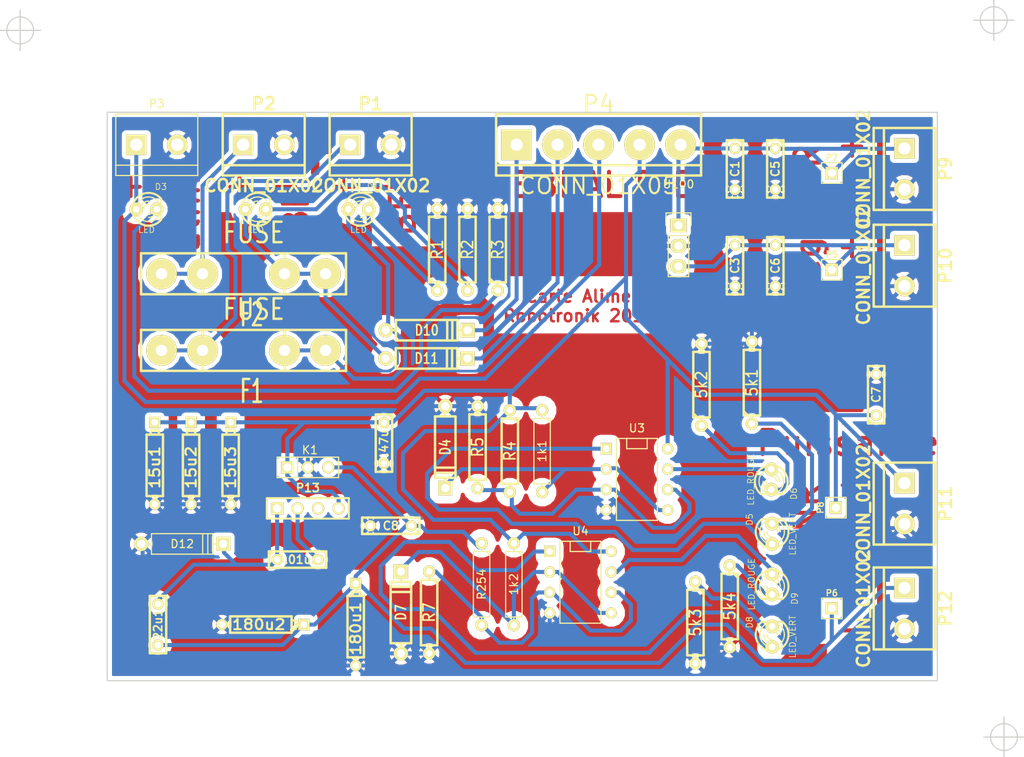
<source format=kicad_pcb>
(kicad_pcb (version 4) (host pcbnew 4.0.1-stable)
  (layers (0 F.Cu signal) (31 B.Cu signal) (34 B.Paste user) (35 F.Paste user) (36 B.SilkS user) (37 F.SilkS user) (38 B.Mask user) (39 F.Mask user) (44 Edge.Cuts user))
  (net 0 "")
  (net 1 /alim_elec)
  (net 2 /alim_elec_non_regul)
  (net 3 /alim_puissance_non_regul)
  (net 4 /alim_puissance_regul)
  (net 5 GND)
  (net 6 "Net-(0.01u1-Pad1)")
  (net 7 "Net-(0.01u1-Pad2)")
  (net 8 "Net-(5k1-Pad1)")
  (net 9 "Net-(5k2-Pad1)")
  (net 10 "Net-(5k3-Pad1)")
  (net 11 "Net-(5k4-Pad1)")
  (net 12 "Net-(D1-Pad1)")
  (net 13 "Net-(D1-Pad2)")
  (net 14 "Net-(D11-Pad1)")
  (net 15 "Net-(D2-Pad2)")
  (net 16 "Net-(D3-Pad1)")
  (net 17 "Net-(D3-Pad2)")
  (net 18 "Net-(D5-Pad1)")
  (net 19 "Net-(D6-Pad1)")
  (net 20 "Net-(D8-Pad1)")
  (net 21 "Net-(D9-Pad1)")
  (net 22 "Net-(D10-Pad2)")
  (net 23 "Net-(D11-Pad2)")
  (net 24 "Net-(F1-Pad1)")
  (net 25 "Net-(F2-Pad1)")
  (net 26 "Net-(P13-Pad3)")
  (net 27 "Net-(R4-Pad2)")
  (net 28 "Net-(1k1-Pad2)")
  (net 29 "Net-(1k2-Pad2)")
  (net 30 "Net-(R254-Pad2)")
  (module D4 (layer F.Cu) (at 135.05 103.5)
    (fp_text reference D10 (at 0 0) (layer F.SilkS) (effects (font (size 1.27 1.016) (thickness 0.2032))))
    (fp_text value DIODE hide)
    (pad 1 thru_hole circle (at -5.08 0) (size 1.778 1.778) (drill 1.016) (layers *.Cu *.Mask F.SilkS) (net 12 "Net-(D1-Pad1)"))
    (pad 2 thru_hole rect (at 5.08 0) (size 1.778 1.778) (drill 1.016) (layers *.Cu *.Mask F.SilkS) (net 22 "Net-(D10-Pad2)"))
  )
  (module PIN_ARRAY_4x1 (layer F.Cu) (at 120.32 125.59)
    (fp_text reference P13 (at 0 -2.54) (layer F.SilkS) (effects (font (size 1.016 1.016) (thickness 0.2032))))
    (fp_text value CONN_01X04 hide)
    (pad 1 thru_hole rect (at -3.81 0) (size 1.524 1.524) (drill 1.016) (layers *.Cu *.Mask F.SilkS) (net 6 "Net-(0.01u1-Pad1)"))
    (pad 2 thru_hole circle (at -1.27 0) (size 1.524 1.524) (drill 1.016) (layers *.Cu *.Mask F.SilkS) (net 7 "Net-(0.01u1-Pad2)"))
    (pad 3 thru_hole circle (at 1.27 0) (size 1.524 1.524) (drill 1.016) (layers *.Cu *.Mask F.SilkS) (net 26 "Net-(P13-Pad3)"))
    (pad 4 thru_hole circle (at 3.81 0) (size 1.524 1.524) (drill 1.016) (layers *.Cu *.Mask F.SilkS) (net 3 /alim_puissance_non_regul))
  )
  (module PIN_ARRAY_3X1 (layer F.Cu) (at 120.32 120.51)
    (fp_text reference K1 (at 0.254 -2.159) (layer F.SilkS) (effects (font (size 1.016 1.016) (thickness 0.1524))))
    (fp_text value CONN_01X03 hide)
    (pad 1 thru_hole rect (at -2.54 0) (size 1.524 1.524) (drill 1.016) (layers *.Cu *.Mask F.SilkS) (net 3 /alim_puissance_non_regul))
    (pad 2 thru_hole circle (at 0 0) (size 1.524 1.524) (drill 1.016) (layers *.Cu *.Mask F.SilkS) (net 5 GND))
    (pad 3 thru_hole circle (at 2.54 0) (size 1.524 1.524) (drill 1.016) (layers *.Cu *.Mask F.SilkS) (net 4 /alim_puissance_regul))
  )
  (module PIN_ARRAY_1 (layer F.Cu) (at 185.75 125.5 90)
    (fp_text reference P8 (at 0 -1.905 90) (layer F.SilkS) (effects (font (size 0.762 0.762) (thickness 0.1524))))
    (fp_text value CONN_01X01 hide)
    (pad 1 thru_hole rect (at 0 0 90) (size 1.524 1.524) (drill 1.016) (layers *.Cu *.Mask F.SilkS) (net 3 /alim_puissance_non_regul))
  )
  (module PIN_ARRAY_1 (layer F.Cu) (at 185.25 84)
    (fp_text reference P7 (at 0 -1.905) (layer F.SilkS) (effects (font (size 0.762 0.762) (thickness 0.1524))))
    (fp_text value CONN_01X01 hide)
    (pad 1 thru_hole rect (at 0 0) (size 1.524 1.524) (drill 1.016) (layers *.Cu *.Mask F.SilkS) (net 2 /alim_elec_non_regul))
  )
  (module PIN_ARRAY_1 (layer F.Cu) (at 185.25 138)
    (fp_text reference P6 (at 0 -1.905) (layer F.SilkS) (effects (font (size 0.762 0.762) (thickness 0.1524))))
    (fp_text value CONN_01X01 hide)
    (pad 1 thru_hole rect (at 0 0) (size 1.524 1.524) (drill 1.016) (layers *.Cu *.Mask F.SilkS) (net 4 /alim_puissance_regul))
  )
  (module PIN_ARRAY_1 (layer F.Cu) (at 185.25 96)
    (fp_text reference P5 (at 0 -1.905) (layer F.SilkS) (effects (font (size 0.762 0.762) (thickness 0.1524))))
    (fp_text value CONN_01X01 hide)
    (pad 1 thru_hole rect (at 0 0) (size 1.524 1.524) (drill 1.016) (layers *.Cu *.Mask F.SilkS) (net 1 /alim_elec))
  )
  (module CP4 (layer F.Cu) (at 101.35 120 270)
    (fp_text reference 15u1 (at 0.508 0 270) (layer F.SilkS) (effects (font (size 1.27 1.397) (thickness 0.254))))
    (fp_text value CP1 hide)
    (pad 1 thru_hole rect (at -5.08 0 270) (size 1.397 1.397) (drill 0.8128) (layers *.Cu *.Mask F.SilkS) (net 3 /alim_puissance_non_regul))
    (pad 2 thru_hole circle (at 5.08 0 270) (size 1.397 1.397) (drill 0.8128) (layers *.Cu *.Mask F.SilkS) (net 5 GND))
  )
  (module CP4 (layer F.Cu) (at 105.85 120 270)
    (fp_text reference 15u2 (at 0.508 0 270) (layer F.SilkS) (effects (font (size 1.27 1.397) (thickness 0.254))))
    (fp_text value CP1 hide)
    (pad 1 thru_hole rect (at -5.08 0 270) (size 1.397 1.397) (drill 0.8128) (layers *.Cu *.Mask F.SilkS) (net 3 /alim_puissance_non_regul))
    (pad 2 thru_hole circle (at 5.08 0 270) (size 1.397 1.397) (drill 0.8128) (layers *.Cu *.Mask F.SilkS) (net 5 GND))
  )
  (module CP4 (layer F.Cu) (at 110.75 120 270)
    (fp_text reference 15u3 (at 0.508 0 270) (layer F.SilkS) (effects (font (size 1.27 1.397) (thickness 0.254))))
    (fp_text value CP1 hide)
    (pad 1 thru_hole rect (at -5.08 0 270) (size 1.397 1.397) (drill 0.8128) (layers *.Cu *.Mask F.SilkS) (net 3 /alim_puissance_non_regul))
    (pad 2 thru_hole circle (at 5.08 0 270) (size 1.397 1.397) (drill 0.8128) (layers *.Cu *.Mask F.SilkS) (net 5 GND))
  )
  (module CP4 (layer F.Cu) (at 126.25 140 270)
    (fp_text reference 180u1 (at 0.508 0 270) (layer F.SilkS) (effects (font (size 1.27 1.397) (thickness 0.254))))
    (fp_text value CP1 hide)
    (pad 1 thru_hole rect (at -5.08 0 270) (size 1.397 1.397) (drill 0.8128) (layers *.Cu *.Mask F.SilkS) (net 4 /alim_puissance_regul))
    (pad 2 thru_hole circle (at 5.08 0 270) (size 1.397 1.397) (drill 0.8128) (layers *.Cu *.Mask F.SilkS) (net 5 GND))
  )
  (module CP4 (layer F.Cu) (at 114.75 140 180)
    (fp_text reference 180u2 (at 0.508 0 180) (layer F.SilkS) (effects (font (size 1.27 1.397) (thickness 0.254))))
    (fp_text value CP1 hide)
    (pad 1 thru_hole rect (at -5.08 0 180) (size 1.397 1.397) (drill 0.8128) (layers *.Cu *.Mask F.SilkS) (net 4 /alim_puissance_regul))
    (pad 2 thru_hole circle (at 5.08 0 180) (size 1.397 1.397) (drill 0.8128) (layers *.Cu *.Mask F.SilkS) (net 5 GND))
  )
  (module bornier5 (layer F.Cu) (at 156.35 80.5)
    (fp_text reference P4 (at 0 -5.08) (layer F.SilkS) (effects (font (size 2.032 2.032) (thickness 0.254))))
    (fp_text value CONN_01X05 (at 0 5.08) (layer F.SilkS) (effects (font (size 2.032 2.032) (thickness 0.254))))
    (pad 2 thru_hole circle (at -5.08 0) (size 3.81 3.81) (drill 1.524) (layers *.Cu *.Mask F.SilkS) (net 23 "Net-(D11-Pad2)"))
    (pad 3 thru_hole circle (at 0 0) (size 3.81 3.81) (drill 1.524) (layers *.Cu *.Mask F.SilkS) (net 16 "Net-(D3-Pad1)"))
    (pad 1 thru_hole rect (at -10.16 0) (size 3.81 3.81) (drill 1.524) (layers *.Cu *.Mask F.SilkS) (net 22 "Net-(D10-Pad2)"))
    (pad 4 thru_hole circle (at 5.08 0) (size 3.81 3.81) (drill 1.524) (layers *.Cu *.Mask F.SilkS) (net 3 /alim_puissance_non_regul))
    (pad 5 thru_hole circle (at 10.16 0) (size 3.81 3.81) (drill 1.524) (layers *.Cu *.Mask F.SilkS) (net 2 /alim_elec_non_regul))
  )
  (module bornier2 (layer F.Cu) (at 114.85 80.5)
    (fp_text reference P2 (at 0 -5.08) (layer F.SilkS) (effects (font (thickness 0.3048))))
    (fp_text value CONN_01X02 (at 0 5.08) (layer F.SilkS) (effects (font (thickness 0.3048))))
    (pad 1 thru_hole rect (at -2.54 0) (size 2.54 2.54) (drill 1.524) (layers *.Cu *.Mask F.SilkS) (net 25 "Net-(F2-Pad1)"))
    (pad 2 thru_hole circle (at 2.54 0) (size 2.54 2.54) (drill 1.524) (layers *.Cu *.Mask F.SilkS) (net 5 GND))
  )
  (module bornier2 (layer F.Cu) (at 194.25 138 270)
    (fp_text reference P12 (at 0 -5.08 270) (layer F.SilkS) (effects (font (thickness 0.3048))))
    (fp_text value CONN_01X02 (at 0 5.08 270) (layer F.SilkS) (effects (font (thickness 0.3048))))
    (pad 1 thru_hole rect (at -2.54 0 270) (size 2.54 2.54) (drill 1.524) (layers *.Cu *.Mask F.SilkS) (net 4 /alim_puissance_regul))
    (pad 2 thru_hole circle (at 2.54 0 270) (size 2.54 2.54) (drill 1.524) (layers *.Cu *.Mask F.SilkS) (net 5 GND))
  )
  (module bornier2 (layer F.Cu) (at 194.25 125 270)
    (fp_text reference P11 (at 0 -5.08 270) (layer F.SilkS) (effects (font (thickness 0.3048))))
    (fp_text value CONN_01X02 (at 0 5.08 270) (layer F.SilkS) (effects (font (thickness 0.3048))))
    (pad 1 thru_hole rect (at -2.54 0 270) (size 2.54 2.54) (drill 1.524) (layers *.Cu *.Mask F.SilkS) (net 3 /alim_puissance_non_regul))
    (pad 2 thru_hole circle (at 2.54 0 270) (size 2.54 2.54) (drill 1.524) (layers *.Cu *.Mask F.SilkS) (net 5 GND))
  )
  (module bornier2 (layer F.Cu) (at 194.25 95.5 270)
    (fp_text reference P10 (at 0 -5.08 270) (layer F.SilkS) (effects (font (thickness 0.3048))))
    (fp_text value CONN_01X02 (at 0 5.08 270) (layer F.SilkS) (effects (font (thickness 0.3048))))
    (pad 1 thru_hole rect (at -2.54 0 270) (size 2.54 2.54) (drill 1.524) (layers *.Cu *.Mask F.SilkS) (net 1 /alim_elec))
    (pad 2 thru_hole circle (at 2.54 0 270) (size 2.54 2.54) (drill 1.524) (layers *.Cu *.Mask F.SilkS) (net 5 GND))
  )
  (module bornier2 (layer F.Cu) (at 194.25 83.5 270)
    (fp_text reference P9 (at 0 -5.08 270) (layer F.SilkS) (effects (font (thickness 0.3048))))
    (fp_text value CONN_01X02 (at 0 5.08 270) (layer F.SilkS) (effects (font (thickness 0.3048))))
    (pad 1 thru_hole rect (at -2.54 0 270) (size 2.54 2.54) (drill 1.524) (layers *.Cu *.Mask F.SilkS) (net 2 /alim_elec_non_regul))
    (pad 2 thru_hole circle (at 2.54 0 270) (size 2.54 2.54) (drill 1.524) (layers *.Cu *.Mask F.SilkS) (net 5 GND))
  )
  (module bornier2 (layer F.Cu) (at 128.1 80.5)
    (fp_text reference P1 (at 0 -5.08) (layer F.SilkS) (effects (font (thickness 0.3048))))
    (fp_text value CONN_01X02 (at 0 5.08) (layer F.SilkS) (effects (font (thickness 0.3048))))
    (pad 1 thru_hole rect (at -2.54 0) (size 2.54 2.54) (drill 1.524) (layers *.Cu *.Mask F.SilkS) (net 24 "Net-(F1-Pad1)"))
    (pad 2 thru_hole circle (at 2.54 0) (size 2.54 2.54) (drill 1.524) (layers *.Cu *.Mask F.SilkS) (net 5 GND))
  )
  (module FUSE5-20 (layer F.Cu) (at 112.35 106)
    (fp_text reference F1 (at 1.016 5.08) (layer F.SilkS) (effects (font (size 2.83464 1.59512) (thickness 0.3048))))
    (fp_text value FUSE (at 1.27 -5.08) (layer F.SilkS) (effects (font (size 2.54 2.032) (thickness 0.3048))))
    (pad 1 thru_hole circle (at -10.16 0) (size 3.81 3.81) (drill 1.397) (layers *.Cu *.Mask F.SilkS) (net 24 "Net-(F1-Pad1)"))
    (pad 1 thru_hole circle (at -5.08 0) (size 3.81 3.81) (drill 1.397) (layers *.Cu *.Mask F.SilkS) (net 24 "Net-(F1-Pad1)"))
    (pad 2 thru_hole circle (at 5.08 0) (size 3.81 3.81) (drill 1.397) (layers *.Cu *.Mask F.SilkS) (net 12 "Net-(D1-Pad1)"))
    (pad 2 thru_hole circle (at 10.16 0) (size 3.81 3.81) (drill 1.397) (layers *.Cu *.Mask F.SilkS) (net 12 "Net-(D1-Pad1)"))
  )
  (module FUSE5-20 (layer F.Cu) (at 112.35 96.5)
    (fp_text reference F2 (at 1.016 5.08) (layer F.SilkS) (effects (font (size 2.83464 1.59512) (thickness 0.3048))))
    (fp_text value FUSE (at 1.27 -5.08) (layer F.SilkS) (effects (font (size 2.54 2.032) (thickness 0.3048))))
    (pad 1 thru_hole circle (at -10.16 0) (size 3.81 3.81) (drill 1.397) (layers *.Cu *.Mask F.SilkS) (net 25 "Net-(F2-Pad1)"))
    (pad 1 thru_hole circle (at -5.08 0) (size 3.81 3.81) (drill 1.397) (layers *.Cu *.Mask F.SilkS) (net 25 "Net-(F2-Pad1)"))
    (pad 2 thru_hole circle (at 5.08 0) (size 3.81 3.81) (drill 1.397) (layers *.Cu *.Mask F.SilkS) (net 14 "Net-(D11-Pad1)"))
    (pad 2 thru_hole circle (at 10.16 0) (size 3.81 3.81) (drill 1.397) (layers *.Cu *.Mask F.SilkS) (net 14 "Net-(D11-Pad1)"))
  )
  (module C2 (layer F.Cu) (at 129.75 117.5 270)
    (fp_text reference 0.47u1 (at 0 0 270) (layer F.SilkS) (effects (font (size 1.016 1.016) (thickness 0.2032))))
    (fp_text value C hide)
    (pad 1 thru_hole circle (at -2.54 0 270) (size 1.397 1.397) (drill 0.8128) (layers *.Cu *.Mask F.SilkS) (net 3 /alim_puissance_non_regul))
    (pad 2 thru_hole circle (at 2.54 0 270) (size 1.397 1.397) (drill 0.8128) (layers *.Cu *.Mask F.SilkS) (net 5 GND))
  )
  (module LED-3MM (layer F.Cu) (at 177.85 128.75 90)
    (fp_text reference D5 (at 1.778 -2.794 90) (layer F.SilkS) (effects (font (size 0.762 0.762) (thickness 0.0889))))
    (fp_text value LED_VERT (at 0 2.54 90) (layer F.SilkS) (effects (font (size 0.762 0.762) (thickness 0.0889))))
    (pad 1 thru_hole circle (at -1.27 0 90) (size 1.6764 1.6764) (drill 0.8128) (layers *.Cu *.Mask F.SilkS) (net 18 "Net-(D5-Pad1)"))
    (pad 2 thru_hole circle (at 1.27 0 90) (size 1.6764 1.6764) (drill 0.8128) (layers *.Cu *.Mask F.SilkS) (net 8 "Net-(5k1-Pad1)"))
  )
  (module LED-3MM (layer F.Cu) (at 177.85 135 270)
    (fp_text reference D9 (at 1.778 -2.794 270) (layer F.SilkS) (effects (font (size 0.762 0.762) (thickness 0.0889))))
    (fp_text value LED_ROUGE (at 0 2.54 270) (layer F.SilkS) (effects (font (size 0.762 0.762) (thickness 0.0889))))
    (pad 1 thru_hole circle (at -1.27 0 270) (size 1.6764 1.6764) (drill 0.8128) (layers *.Cu *.Mask F.SilkS) (net 21 "Net-(D9-Pad1)"))
    (pad 2 thru_hole circle (at 1.27 0 270) (size 1.6764 1.6764) (drill 0.8128) (layers *.Cu *.Mask F.SilkS) (net 11 "Net-(5k4-Pad1)"))
  )
  (module LED-3MM (layer F.Cu) (at 177.85 141.5 90)
    (fp_text reference D8 (at 1.778 -2.794 90) (layer F.SilkS) (effects (font (size 0.762 0.762) (thickness 0.0889))))
    (fp_text value LED_VERT (at 0 2.54 90) (layer F.SilkS) (effects (font (size 0.762 0.762) (thickness 0.0889))))
    (pad 1 thru_hole circle (at -1.27 0 90) (size 1.6764 1.6764) (drill 0.8128) (layers *.Cu *.Mask F.SilkS) (net 20 "Net-(D8-Pad1)"))
    (pad 2 thru_hole circle (at 1.27 0 90) (size 1.6764 1.6764) (drill 0.8128) (layers *.Cu *.Mask F.SilkS) (net 10 "Net-(5k3-Pad1)"))
  )
  (module LED-3MM (layer F.Cu) (at 126.6 88.5)
    (fp_text reference D1 (at 1.778 -2.794) (layer F.SilkS) (effects (font (size 0.762 0.762) (thickness 0.0889))))
    (fp_text value LED (at 0 2.54) (layer F.SilkS) (effects (font (size 0.762 0.762) (thickness 0.0889))))
    (pad 1 thru_hole circle (at -1.27 0) (size 1.6764 1.6764) (drill 0.8128) (layers *.Cu *.Mask F.SilkS) (net 12 "Net-(D1-Pad1)"))
    (pad 2 thru_hole circle (at 1.27 0) (size 1.6764 1.6764) (drill 0.8128) (layers *.Cu *.Mask F.SilkS) (net 13 "Net-(D1-Pad2)"))
  )
  (module LED-3MM (layer F.Cu) (at 113.85 88.5)
    (fp_text reference D2 (at 1.778 -2.794) (layer F.SilkS) (effects (font (size 0.762 0.762) (thickness 0.0889))))
    (fp_text value LED (at 0 2.54) (layer F.SilkS) (effects (font (size 0.762 0.762) (thickness 0.0889))))
    (pad 1 thru_hole circle (at -1.27 0) (size 1.6764 1.6764) (drill 0.8128) (layers *.Cu *.Mask F.SilkS) (net 14 "Net-(D11-Pad1)"))
    (pad 2 thru_hole circle (at 1.27 0) (size 1.6764 1.6764) (drill 0.8128) (layers *.Cu *.Mask F.SilkS) (net 15 "Net-(D2-Pad2)"))
  )
  (module LED-3MM (layer F.Cu) (at 100.33 88.5)
    (fp_text reference D3 (at 1.778 -2.794) (layer F.SilkS) (effects (font (size 0.762 0.762) (thickness 0.0889))))
    (fp_text value LED (at 0 2.54) (layer F.SilkS) (effects (font (size 0.762 0.762) (thickness 0.0889))))
    (pad 1 thru_hole circle (at -1.27 0) (size 1.6764 1.6764) (drill 0.8128) (layers *.Cu *.Mask F.SilkS) (net 16 "Net-(D3-Pad1)"))
    (pad 2 thru_hole circle (at 1.27 0) (size 1.6764 1.6764) (drill 0.8128) (layers *.Cu *.Mask F.SilkS) (net 17 "Net-(D3-Pad2)"))
  )
  (module LED-3MM (layer F.Cu) (at 177.75 122 270)
    (fp_text reference D6 (at 1.778 -2.794 270) (layer F.SilkS) (effects (font (size 0.762 0.762) (thickness 0.0889))))
    (fp_text value LED_ROUGE (at 0 2.54 270) (layer F.SilkS) (effects (font (size 0.762 0.762) (thickness 0.0889))))
    (pad 1 thru_hole circle (at -1.27 0 270) (size 1.6764 1.6764) (drill 0.8128) (layers *.Cu *.Mask F.SilkS) (net 19 "Net-(D6-Pad1)"))
    (pad 2 thru_hole circle (at 1.27 0 270) (size 1.6764 1.6764) (drill 0.8128) (layers *.Cu *.Mask F.SilkS) (net 9 "Net-(5k2-Pad1)"))
  )
  (module D4 (layer F.Cu) (at 131.85 138.5 90)
    (fp_text reference D7 (at 0 0 90) (layer F.SilkS) (effects (font (size 1.27 1.016) (thickness 0.2032))))
    (fp_text value ZENER hide)
    (pad 1 thru_hole circle (at -5.08 0 90) (size 1.778 1.778) (drill 1.016) (layers *.Cu *.Mask F.SilkS) (net 5 GND))
    (pad 2 thru_hole rect (at 5.08 0 90) (size 1.778 1.778) (drill 1.016) (layers *.Cu *.Mask F.SilkS) (net 29 "Net-(1k2-Pad2)"))
  )
  (module D4 (layer F.Cu) (at 137.35 118 270)
    (fp_text reference D4 (at 0 0 270) (layer F.SilkS) (effects (font (size 1.27 1.016) (thickness 0.2032))))
    (fp_text value ZENER hide)
    (pad 1 thru_hole circle (at -5.08 0 270) (size 1.778 1.778) (drill 1.016) (layers *.Cu *.Mask F.SilkS) (net 5 GND))
    (pad 2 thru_hole rect (at 5.08 0 270) (size 1.778 1.778) (drill 1.016) (layers *.Cu *.Mask F.SilkS) (net 28 "Net-(1k1-Pad2)"))
  )
  (module D4 (layer F.Cu) (at 135.02 107)
    (fp_text reference D11 (at 0 0) (layer F.SilkS) (effects (font (size 1.27 1.016) (thickness 0.2032))))
    (fp_text value DIODE hide)
    (pad 1 thru_hole circle (at -5.08 0) (size 1.778 1.778) (drill 1.016) (layers *.Cu *.Mask F.SilkS) (net 14 "Net-(D11-Pad1)"))
    (pad 2 thru_hole rect (at 5.08 0) (size 1.778 1.778) (drill 1.016) (layers *.Cu *.Mask F.SilkS) (net 23 "Net-(D11-Pad2)"))
  )
  (module C2 (layer F.Cu) (at 119.05 131.94)
    (fp_text reference 0.01u1 (at 0 0) (layer F.SilkS) (effects (font (size 1.016 1.016) (thickness 0.2032))))
    (fp_text value C hide)
    (pad 1 thru_hole circle (at -2.54 0) (size 1.397 1.397) (drill 0.8128) (layers *.Cu *.Mask F.SilkS) (net 6 "Net-(0.01u1-Pad1)"))
    (pad 2 thru_hole circle (at 2.54 0) (size 1.397 1.397) (drill 0.8128) (layers *.Cu *.Mask F.SilkS) (net 7 "Net-(0.01u1-Pad2)"))
  )
  (module R4 (layer F.Cu) (at 140.1 93.5 90)
    (fp_text reference R2 (at 0 0 90) (layer F.SilkS) (effects (font (size 1.397 1.27) (thickness 0.2032))))
    (fp_text value R hide)
    (pad 1 thru_hole circle (at -5.08 0 90) (size 1.524 1.524) (drill 0.8128) (layers *.Cu *.Mask F.SilkS) (net 15 "Net-(D2-Pad2)"))
    (pad 2 thru_hole circle (at 5.08 0 90) (size 1.524 1.524) (drill 0.8128) (layers *.Cu *.Mask F.SilkS) (net 5 GND))
  )
  (module R4 (layer F.Cu) (at 175.35 110 90)
    (fp_text reference 5k1 (at 0 0 90) (layer F.SilkS) (effects (font (size 1.397 1.27) (thickness 0.2032))))
    (fp_text value R hide)
    (pad 1 thru_hole circle (at -5.08 0 90) (size 1.524 1.524) (drill 0.8128) (layers *.Cu *.Mask F.SilkS) (net 8 "Net-(5k1-Pad1)"))
    (pad 2 thru_hole circle (at 5.08 0 90) (size 1.524 1.524) (drill 0.8128) (layers *.Cu *.Mask F.SilkS) (net 5 GND))
  )
  (module R4 (layer F.Cu) (at 141.35 118 90)
    (fp_text reference R5 (at 0 0 90) (layer F.SilkS) (effects (font (size 1.397 1.27) (thickness 0.2032))))
    (fp_text value R hide)
    (pad 1 thru_hole circle (at -5.08 0 90) (size 1.524 1.524) (drill 0.8128) (layers *.Cu *.Mask F.SilkS) (net 27 "Net-(R4-Pad2)"))
    (pad 2 thru_hole circle (at 5.08 0 90) (size 1.524 1.524) (drill 0.8128) (layers *.Cu *.Mask F.SilkS) (net 5 GND))
  )
  (module R4 (layer F.Cu) (at 145.35 118.5 270)
    (fp_text reference R4 (at 0 0 270) (layer F.SilkS) (effects (font (size 1.397 1.27) (thickness 0.2032))))
    (fp_text value R hide)
    (pad 1 thru_hole circle (at -5.08 0 270) (size 1.524 1.524) (drill 0.8128) (layers *.Cu *.Mask F.SilkS) (net 3 /alim_puissance_non_regul))
    (pad 2 thru_hole circle (at 5.08 0 270) (size 1.524 1.524) (drill 0.8128) (layers *.Cu *.Mask F.SilkS) (net 27 "Net-(R4-Pad2)"))
  )
  (module R4 (layer F.Cu) (at 169.1 110.25 90)
    (fp_text reference 5k2 (at 0 0 90) (layer F.SilkS) (effects (font (size 1.397 1.27) (thickness 0.2032))))
    (fp_text value R hide)
    (pad 1 thru_hole circle (at -5.08 0 90) (size 1.524 1.524) (drill 0.8128) (layers *.Cu *.Mask F.SilkS) (net 9 "Net-(5k2-Pad1)"))
    (pad 2 thru_hole circle (at 5.08 0 90) (size 1.524 1.524) (drill 0.8128) (layers *.Cu *.Mask F.SilkS) (net 5 GND))
  )
  (module R4 (layer F.Cu) (at 143.85 93.5 90)
    (fp_text reference R3 (at 0 0 90) (layer F.SilkS) (effects (font (size 1.397 1.27) (thickness 0.2032))))
    (fp_text value R hide)
    (pad 1 thru_hole circle (at -5.08 0 90) (size 1.524 1.524) (drill 0.8128) (layers *.Cu *.Mask F.SilkS) (net 17 "Net-(D3-Pad2)"))
    (pad 2 thru_hole circle (at 5.08 0 90) (size 1.524 1.524) (drill 0.8128) (layers *.Cu *.Mask F.SilkS) (net 5 GND))
  )
  (module R4 (layer F.Cu) (at 136.35 93.5 90)
    (fp_text reference R1 (at 0 0 90) (layer F.SilkS) (effects (font (size 1.397 1.27) (thickness 0.2032))))
    (fp_text value R hide)
    (pad 1 thru_hole circle (at -5.08 0 90) (size 1.524 1.524) (drill 0.8128) (layers *.Cu *.Mask F.SilkS) (net 13 "Net-(D1-Pad2)"))
    (pad 2 thru_hole circle (at 5.08 0 90) (size 1.524 1.524) (drill 0.8128) (layers *.Cu *.Mask F.SilkS) (net 5 GND))
  )
  (module R4 (layer F.Cu) (at 135.35 138.5 270)
    (fp_text reference R7 (at 0 0 270) (layer F.SilkS) (effects (font (size 1.397 1.27) (thickness 0.2032))))
    (fp_text value R hide)
    (pad 1 thru_hole circle (at -5.08 0 270) (size 1.524 1.524) (drill 0.8128) (layers *.Cu *.Mask F.SilkS) (net 30 "Net-(R254-Pad2)"))
    (pad 2 thru_hole circle (at 5.08 0 270) (size 1.524 1.524) (drill 0.8128) (layers *.Cu *.Mask F.SilkS) (net 5 GND))
  )
  (module R4 (layer F.Cu) (at 168.35 139.75 270)
    (fp_text reference 5k3 (at 0 0 270) (layer F.SilkS) (effects (font (size 1.397 1.27) (thickness 0.2032))))
    (fp_text value R hide)
    (pad 1 thru_hole circle (at -5.08 0 270) (size 1.524 1.524) (drill 0.8128) (layers *.Cu *.Mask F.SilkS) (net 10 "Net-(5k3-Pad1)"))
    (pad 2 thru_hole circle (at 5.08 0 270) (size 1.524 1.524) (drill 0.8128) (layers *.Cu *.Mask F.SilkS) (net 5 GND))
  )
  (module R4 (layer F.Cu) (at 172.6 137.75 270)
    (fp_text reference 5k4 (at 0 0 270) (layer F.SilkS) (effects (font (size 1.397 1.27) (thickness 0.2032))))
    (fp_text value R hide)
    (pad 1 thru_hole circle (at -5.08 0 270) (size 1.524 1.524) (drill 0.8128) (layers *.Cu *.Mask F.SilkS) (net 11 "Net-(5k4-Pad1)"))
    (pad 2 thru_hole circle (at 5.08 0 270) (size 1.524 1.524) (drill 0.8128) (layers *.Cu *.Mask F.SilkS) (net 5 GND))
  )
  (module C2 (layer F.Cu) (at 173.25 83.5 270)
    (fp_text reference C1 (at 0 0 270) (layer F.SilkS) (effects (font (size 1.016 1.016) (thickness 0.2032))))
    (fp_text value C hide)
    (pad 1 thru_hole circle (at -2.54 0 270) (size 1.397 1.397) (drill 0.8128) (layers *.Cu *.Mask F.SilkS) (net 2 /alim_elec_non_regul))
    (pad 2 thru_hole circle (at 2.54 0 270) (size 1.397 1.397) (drill 0.8128) (layers *.Cu *.Mask F.SilkS) (net 5 GND))
  )
  (module C2 (layer F.Cu) (at 173.25 95.5 270)
    (fp_text reference C3 (at 0 0 270) (layer F.SilkS) (effects (font (size 1.016 1.016) (thickness 0.2032))))
    (fp_text value C hide)
    (pad 1 thru_hole circle (at -2.54 0 270) (size 1.397 1.397) (drill 0.8128) (layers *.Cu *.Mask F.SilkS) (net 1 /alim_elec))
    (pad 2 thru_hole circle (at 2.54 0 270) (size 1.397 1.397) (drill 0.8128) (layers *.Cu *.Mask F.SilkS) (net 5 GND))
  )
  (module C2 (layer F.Cu) (at 130.6 127.75 180)
    (fp_text reference C8 (at 0 0 180) (layer F.SilkS) (effects (font (size 1.016 1.016) (thickness 0.2032))))
    (fp_text value C hide)
    (pad 1 thru_hole circle (at -2.54 0 180) (size 1.397 1.397) (drill 0.8128) (layers *.Cu *.Mask F.SilkS) (net 4 /alim_puissance_regul))
    (pad 2 thru_hole circle (at 2.54 0 180) (size 1.397 1.397) (drill 0.8128) (layers *.Cu *.Mask F.SilkS) (net 5 GND))
  )
  (module C2 (layer F.Cu) (at 178.25 95.5 270)
    (fp_text reference C6 (at 0 0 270) (layer F.SilkS) (effects (font (size 1.016 1.016) (thickness 0.2032))))
    (fp_text value C hide)
    (pad 1 thru_hole circle (at -2.54 0 270) (size 1.397 1.397) (drill 0.8128) (layers *.Cu *.Mask F.SilkS) (net 1 /alim_elec))
    (pad 2 thru_hole circle (at 2.54 0 270) (size 1.397 1.397) (drill 0.8128) (layers *.Cu *.Mask F.SilkS) (net 5 GND))
  )
  (module C2 (layer F.Cu) (at 178.25 83.5 270)
    (fp_text reference C5 (at 0 0 270) (layer F.SilkS) (effects (font (size 1.016 1.016) (thickness 0.2032))))
    (fp_text value C hide)
    (pad 1 thru_hole circle (at -2.54 0 270) (size 1.397 1.397) (drill 0.8128) (layers *.Cu *.Mask F.SilkS) (net 2 /alim_elec_non_regul))
    (pad 2 thru_hole circle (at 2.54 0 270) (size 1.397 1.397) (drill 0.8128) (layers *.Cu *.Mask F.SilkS) (net 5 GND))
  )
  (module C2 (layer F.Cu) (at 190.75 111.5 90)
    (fp_text reference C7 (at 0 0 90) (layer F.SilkS) (effects (font (size 1.016 1.016) (thickness 0.2032))))
    (fp_text value C hide)
    (pad 1 thru_hole circle (at -2.54 0 90) (size 1.397 1.397) (drill 0.8128) (layers *.Cu *.Mask F.SilkS) (net 3 /alim_puissance_non_regul))
    (pad 2 thru_hole circle (at 2.54 0 90) (size 1.397 1.397) (drill 0.8128) (layers *.Cu *.Mask F.SilkS) (net 5 GND))
  )
  (module C2 (layer F.Cu) (at 101.75 140 270)
    (fp_text reference 22u1 (at 0 0 270) (layer F.SilkS) (effects (font (size 1.016 1.016) (thickness 0.2032))))
    (fp_text value INDUCTOR hide)
    (pad 1 thru_hole circle (at -2.54 0 270) (size 1.397 1.397) (drill 0.8128) (layers *.Cu *.Mask F.SilkS) (net 6 "Net-(0.01u1-Pad1)"))
    (pad 2 thru_hole circle (at 2.54 0 270) (size 1.397 1.397) (drill 0.8128) (layers *.Cu *.Mask F.SilkS) (net 4 /alim_puissance_regul))
  )
  (module bornier2 (layer F.Cu) (at 101.6 80.5)
    (fp_text reference P3 (at 0 -5.08) (layer F.SilkS))
    (fp_text value CONN_01X02)
    (pad 1 thru_hole rect (at -2.54 0) (size 2.54 2.54) (drill 1.524) (layers *.Cu *.Mask F.SilkS) (net 16 "Net-(D3-Pad1)"))
    (pad 2 thru_hole circle (at 2.54 0) (size 2.54 2.54) (drill 1.524) (layers *.Cu *.Mask F.SilkS) (net 5 GND))
  )
  (module Sockets_DIP:DIP-8__300 (layer F.Cu) (at 161.1 122 270)
    (fp_text reference U3 (at -6.35 0 360) (layer F.SilkS))
    (fp_text value LM2903)
    (pad 1 thru_hole rect (at -3.81 3.81 270) (size 1.397 1.397) (drill 0.8128) (layers *.Cu *.Mask F.SilkS) (net 18 "Net-(D5-Pad1)"))
    (pad 2 thru_hole circle (at -1.27 3.81 270) (size 1.397 1.397) (drill 0.8128) (layers *.Cu *.Mask F.SilkS) (net 28 "Net-(1k1-Pad2)"))
    (pad 3 thru_hole circle (at 1.27 3.81 270) (size 1.397 1.397) (drill 0.8128) (layers *.Cu *.Mask F.SilkS) (net 27 "Net-(R4-Pad2)"))
    (pad 4 thru_hole circle (at 3.81 3.81 270) (size 1.397 1.397) (drill 0.8128) (layers *.Cu *.Mask F.SilkS) (net 5 GND))
    (pad 5 thru_hole circle (at 3.81 -3.81 270) (size 1.397 1.397) (drill 0.8128) (layers *.Cu *.Mask F.SilkS) (net 28 "Net-(1k1-Pad2)"))
    (pad 6 thru_hole circle (at 1.27 -3.81 270) (size 1.397 1.397) (drill 0.8128) (layers *.Cu *.Mask F.SilkS) (net 27 "Net-(R4-Pad2)"))
    (pad 7 thru_hole circle (at -1.27 -3.81 270) (size 1.397 1.397) (drill 0.8128) (layers *.Cu *.Mask F.SilkS) (net 19 "Net-(D6-Pad1)"))
    (pad 8 thru_hole circle (at -3.81 -3.81 270) (size 1.397 1.397) (drill 0.8128) (layers *.Cu *.Mask F.SilkS) (net 3 /alim_puissance_non_regul))
  )
  (module Sockets_DIP:DIP-8__300 (layer F.Cu) (at 154.1 134.75 270)
    (fp_text reference U4 (at -6.35 0 360) (layer F.SilkS))
    (fp_text value LM2903)
    (pad 1 thru_hole rect (at -3.81 3.81 270) (size 1.397 1.397) (drill 0.8128) (layers *.Cu *.Mask F.SilkS) (net 20 "Net-(D8-Pad1)"))
    (pad 2 thru_hole circle (at -1.27 3.81 270) (size 1.397 1.397) (drill 0.8128) (layers *.Cu *.Mask F.SilkS) (net 29 "Net-(1k2-Pad2)"))
    (pad 3 thru_hole circle (at 1.27 3.81 270) (size 1.397 1.397) (drill 0.8128) (layers *.Cu *.Mask F.SilkS) (net 30 "Net-(R254-Pad2)"))
    (pad 4 thru_hole circle (at 3.81 3.81 270) (size 1.397 1.397) (drill 0.8128) (layers *.Cu *.Mask F.SilkS) (net 5 GND))
    (pad 5 thru_hole circle (at 3.81 -3.81 270) (size 1.397 1.397) (drill 0.8128) (layers *.Cu *.Mask F.SilkS) (net 29 "Net-(1k2-Pad2)"))
    (pad 6 thru_hole circle (at 1.27 -3.81 270) (size 1.397 1.397) (drill 0.8128) (layers *.Cu *.Mask F.SilkS) (net 30 "Net-(R254-Pad2)"))
    (pad 7 thru_hole circle (at -1.27 -3.81 270) (size 1.397 1.397) (drill 0.8128) (layers *.Cu *.Mask F.SilkS) (net 21 "Net-(D9-Pad1)"))
    (pad 8 thru_hole circle (at -3.81 -3.81 270) (size 1.397 1.397) (drill 0.8128) (layers *.Cu *.Mask F.SilkS) (net 3 /alim_puissance_non_regul))
  )
  (module Discret:R4 (layer F.Cu) (at 149.35 118.5 270)
    (fp_text reference 1k1 (at 0 0 270) (layer F.SilkS))
    (fp_text value R)
    (pad 1 thru_hole circle (at -5.08 0 270) (size 1.524 1.524) (drill 0.8128) (layers *.Cu *.Mask F.SilkS) (net 3 /alim_puissance_non_regul))
    (pad 2 thru_hole circle (at 5.08 0 270) (size 1.524 1.524) (drill 0.8128) (layers *.Cu *.Mask F.SilkS) (net 28 "Net-(1k1-Pad2)"))
  )
  (module Discret:R4 (layer F.Cu) (at 145.85 135 270)
    (fp_text reference 1k2 (at 0 0 270) (layer F.SilkS))
    (fp_text value R)
    (pad 1 thru_hole circle (at -5.08 0 270) (size 1.524 1.524) (drill 0.8128) (layers *.Cu *.Mask F.SilkS) (net 3 /alim_puissance_non_regul))
    (pad 2 thru_hole circle (at 5.08 0 270) (size 1.524 1.524) (drill 0.8128) (layers *.Cu *.Mask F.SilkS) (net 29 "Net-(1k2-Pad2)"))
  )
  (module Discret:R4 (layer F.Cu) (at 141.85 135 270)
    (fp_text reference R254 (at 0 0 270) (layer F.SilkS))
    (fp_text value R)
    (pad 1 thru_hole circle (at -5.08 0 270) (size 1.524 1.524) (drill 0.8128) (layers *.Cu *.Mask F.SilkS) (net 4 /alim_puissance_regul))
    (pad 2 thru_hole circle (at 5.08 0 270) (size 1.524 1.524) (drill 0.8128) (layers *.Cu *.Mask F.SilkS) (net 30 "Net-(R254-Pad2)"))
  )
  (module Discret:D4 (layer F.Cu) (at 104.75 130)
    (fp_text reference D12 (at 0 0) (layer F.SilkS))
    (fp_text value DIODESCH)
    (pad 1 thru_hole circle (at -5.08 0) (size 1.778 1.778) (drill 1.016) (layers *.Cu *.Mask F.SilkS) (net 5 GND))
    (pad 2 thru_hole rect (at 5.08 0) (size 1.778 1.778) (drill 1.016) (layers *.Cu *.Mask F.SilkS) (net 6 "Net-(0.01u1-Pad1)"))
  )
  (module Pin_Headers:Pin_Header_Straight_1x03 (layer F.Cu) (at 166.25 90.5)
    (fp_text reference U100 (at 0 -5.1) (layer F.SilkS))
    (fp_text value 7805)
    (pad 1 thru_hole rect (at 0 0) (size 2.032 1.7272) (drill 1.016) (layers *.Cu *.Mask F.SilkS) (net 2 /alim_elec_non_regul))
    (pad 2 thru_hole oval (at 0 2.54) (size 2.032 1.7272) (drill 1.016) (layers *.Cu *.Mask F.SilkS) (net 5 GND))
    (pad 3 thru_hole oval (at 0 5.08) (size 2.032 1.7272) (drill 1.016) (layers *.Cu *.Mask F.SilkS) (net 1 /alim_elec))
  )
  (gr_text alim (at 105.35 89 90) (layer F.Cu) (effects (font (size 3 3) (thickness 0.5))))
  (gr_text + (at 98.35 85.5) (layer F.Cu) (effects (font (size 3 3) (thickness 0.5))))
  (gr_text - (at 104.85 85.5) (layer F.Cu) (effects (font (size 3 3) (thickness 0.5))))
  (gr_text + (at 111.85 85.5) (layer F.Cu) (effects (font (size 3 3) (thickness 0.5))))
  (gr_text BP (at 118.85 88.5 90) (layer F.Cu) (effects (font (size 3 3) (thickness 0.5))))
  (gr_text - (at 117.6 85.5) (layer F.Cu) (effects (font (size 3 3) (thickness 0.5))))
  (gr_text - (at 129.85 85.5) (layer F.Cu) (effects (font (size 3 3) (thickness 0.5))))
  (gr_text + (at 124.85 85.5) (layer F.Cu) (effects (font (size 3 3) (thickness 0.5))))
  (gr_text BE (at 132.1 89 90) (layer F.Cu) (effects (font (size 3 3) (thickness 0.5))))
  (gr_text "Carte Alimentation\nRobotronik 2014-2015" (at 157.75 100.5) (layer F.Cu) (effects (font (size 1.5 1.5) (thickness 0.3))))
  (target plus (at 206.59 153.95) (size 5) (width 0.15) (layer Edge.Cuts))
  (target plus (at 205.32 65.05) (size 5) (width 0.15) (layer Edge.Cuts))
  (target plus (at 84.67 66.32) (size 5) (width 0.15) (layer Edge.Cuts))
  (gr_text E (at 166.85 85.5) (layer F.Cu) (effects (font (size 3 3) (thickness 0.5))))
  (gr_text P (at 162.25 85.5) (layer F.Cu) (effects (font (size 3 3) (thickness 0.5))))
  (gr_text AL (at 156.85 85.5) (layer F.Cu) (effects (font (size 3 3) (thickness 0.5))))
  (gr_text BP (at 151.35 85.5) (layer F.Cu) (effects (font (size 3 3) (thickness 0.5))))
  (gr_text BE (at 145.35 85.5) (layer F.Cu) (effects (font (size 3 3) (thickness 0.5))))
  (gr_text Rég (at 182.25 137 90) (layer F.Cu) (effects (font (size 3 3) (thickness 0.5))))
  (gr_text NR (at 182.25 125.5 90) (layer F.Cu) (effects (font (size 3 3) (thickness 0.5))))
  (gr_text - (at 187.75 86) (layer F.Cu) (effects (font (size 3 3) (thickness 0.5))))
  (gr_text - (at 187.75 98) (layer F.Cu) (effects (font (size 3 3) (thickness 0.5))))
  (gr_text - (at 187.75 128) (layer F.Cu) (effects (font (size 3 3) (thickness 0.5))))
  (gr_text - (at 187.75 140.5) (layer F.Cu) (effects (font (size 3 3) (thickness 0.5))))
  (gr_text + (at 187.75 135) (layer F.Cu) (effects (font (size 3 3) (thickness 0.5))))
  (gr_text + (at 187.75 122.5) (layer F.Cu) (effects (font (size 3 3) (thickness 0.5))))
  (gr_text + (at 187.75 80.5) (layer F.Cu) (effects (font (size 3 3) (thickness 0.5))))
  (gr_text + (at 187.75 93) (layer F.Cu) (effects (font (size 3 3) (thickness 0.5))))
  (gr_line (start 95.465 76.48) (end 105.625 76.48) (angle 90) (layer Edge.Cuts) (width 0.15))
  (gr_line (start 95.465 146.965) (end 95.465 76.48) (angle 90) (layer Edge.Cuts) (width 0.15))
  (gr_line (start 198.335 146.965) (end 95.465 146.965) (angle 90) (layer Edge.Cuts) (width 0.15))
  (gr_line (start 198.335 76.48) (end 198.335 146.965) (angle 90) (layer Edge.Cuts) (width 0.15))
  (gr_line (start 95.465 76.48) (end 198.335 76.48) (angle 90) (layer Edge.Cuts) (width 0.15))
  (gr_text Rég (at 182.25 96 90) (layer F.Cu) (effects (font (size 3 3) (thickness 0.5))))
  (gr_text NR (at 182.25 83.5 90) (layer F.Cu) (effects (font (size 3 3) (thickness 0.5))))
  (gr_text Puissance (at 187.25 117.5) (layer F.Cu) (effects (font (size 3 3) (thickness 0.5))))
  (gr_text Élec (at 187.75 104) (layer F.Cu) (effects (font (size 3 3) (thickness 0.5))))
  (segment (start 173.25 92.96) (end 173.25 93) (width 0.5) (layer B.Cu) (net 1))
  (segment (start 173.25 93) (end 170.67 95.58) (width 0.5) (layer B.Cu) (net 1))
  (segment (start 170.67 95.58) (end 166.25 95.58) (width 0.5) (layer B.Cu) (net 1))
  (segment (start 182.25 92.96) (end 185.35 92.96) (width 0.5) (layer B.Cu) (net 1))
  (segment (start 188.25 92.96) (end 193.86 92.96) (width 0.5) (layer B.Cu) (net 1))
  (segment (start 185.35 92.96) (end 188.25 92.96) (width 0.5) (layer B.Cu) (net 1))
  (segment (start 193.86 92.96) (end 193.89 92.99) (width 0.5) (layer B.Cu) (net 1))
  (segment (start 182.21 92.96) (end 182.25 93) (width 0.5) (layer B.Cu) (net 1))
  (segment (start 182.25 93) (end 182.25 92.96) (width 0.5) (layer B.Cu) (net 1))
  (segment (start 185.25 96) (end 182.21 92.96) (width 0.5) (layer B.Cu) (net 1))
  (segment (start 188.29 92.96) (end 188.25 93) (width 0.5) (layer B.Cu) (net 1))
  (segment (start 188.25 93) (end 188.25 92.96) (width 0.5) (layer B.Cu) (net 1))
  (segment (start 185.21 96.04) (end 188.25 93) (width 0.5) (layer B.Cu) (net 1))
  (segment (start 178.21 93) (end 178.25 92.96) (width 0.5) (layer B.Cu) (net 1))
  (segment (start 182.21 92.96) (end 178.25 92.96) (width 0.5) (layer B.Cu) (net 1))
  (segment (start 178.25 92.96) (end 172.75 92.96) (width 0.5) (layer B.Cu) (net 1))
  (segment (start 166.25 90.5) (end 166.25 80.76) (width 0.5) (layer B.Cu) (net 2))
  (segment (start 166.25 80.76) (end 166.51 80.5) (width 0.5) (layer B.Cu) (net 2))
  (segment (start 194.21 81) (end 194.25 80.96) (width 0.5) (layer B.Cu) (net 2))
  (segment (start 188.25 81) (end 185.25 84) (width 0.5) (layer B.Cu) (net 2))
  (segment (start 188.25 81) (end 192.25 81) (width 0.5) (layer B.Cu) (net 2))
  (segment (start 194.21 81) (end 192.25 81) (width 0.5) (layer B.Cu) (net 2))
  (segment (start 185.25 84) (end 182.25 81) (width 0.5) (layer B.Cu) (net 2))
  (segment (start 182.25 81) (end 188.25 81) (width 0.5) (layer B.Cu) (net 2))
  (segment (start 178.75 81) (end 182.25 81) (width 0.5) (layer B.Cu) (net 2))
  (segment (start 178.25 80.96) (end 172.75 80.96) (width 0.5) (layer B.Cu) (net 2))
  (segment (start 166.97 80.96) (end 166.51 80.5) (width 0.5) (layer B.Cu) (net 2))
  (segment (start 172.75 80.96) (end 166.97 80.96) (width 0.5) (layer B.Cu) (net 2))
  (segment (start 159.75 95) (end 159.75 102) (width 0.5) (layer B.Cu) (net 3))
  (segment (start 159.75 102) (end 164.91 107.16) (width 0.5) (layer B.Cu) (net 3))
  (segment (start 161.43 80.5) (end 161.43 83.82) (width 0.5) (layer B.Cu) (net 3))
  (segment (start 159.75 85.5) (end 159.75 95) (width 0.5) (layer B.Cu) (net 3))
  (segment (start 159.75 95) (end 159.75 97) (width 0.5) (layer B.Cu) (net 3))
  (segment (start 161.43 83.82) (end 159.75 85.5) (width 0.5) (layer B.Cu) (net 3))
  (segment (start 157.91 130.94) (end 155.04 130.94) (width 0.5) (layer B.Cu) (net 3))
  (segment (start 147.02 128.75) (end 145.85 129.92) (width 0.5) (layer B.Cu) (net 3))
  (segment (start 142.1 127) (end 142.93 127) (width 0.5) (layer B.Cu) (net 3))
  (segment (start 142.93 127) (end 145.93 130) (width 0.5) (layer B.Cu) (net 3))
  (segment (start 142.1 127) (end 140.35 127) (width 0.5) (layer B.Cu) (net 3))
  (segment (start 137.1 127) (end 135.85 127) (width 0.5) (layer B.Cu) (net 3))
  (segment (start 132.1 118.75) (end 134.85 116) (width 0.5) (layer B.Cu) (net 3))
  (segment (start 132.1 123.25) (end 132.1 118.75) (width 0.5) (layer B.Cu) (net 3))
  (segment (start 135.85 127) (end 132.1 123.25) (width 0.5) (layer B.Cu) (net 3))
  (segment (start 142.77 116) (end 145.6 113.17) (width 0.5) (layer B.Cu) (net 3))
  (segment (start 134.85 116) (end 142.77 116) (width 0.5) (layer B.Cu) (net 3))
  (segment (start 140.35 127) (end 137.1 127) (width 0.5) (layer B.Cu) (net 3))
  (segment (start 145.6 113.17) (end 149.6 113.17) (width 0.5) (layer B.Cu) (net 3))
  (segment (start 161.505 79.655) (end 161.505 80.925) (width 0.5) (layer B.Cu) (net 3))
  (segment (start 101.35 114.92) (end 105.85 114.92) (width 0.5) (layer B.Cu) (net 3))
  (segment (start 109.75 114.92) (end 110.35 114.92) (width 0.5) (layer B.Cu) (net 3))
  (segment (start 105.85 114.92) (end 109.75 114.92) (width 0.5) (layer B.Cu) (net 3))
  (segment (start 109.75 114.92) (end 110.75 114.92) (width 0.5) (layer B.Cu) (net 3))
  (segment (start 110.75 114.92) (end 119.83 114.92) (width 0.5) (layer B.Cu) (net 3))
  (segment (start 145.25 111) (end 145.75 111) (width 0.5) (layer B.Cu) (net 3))
  (segment (start 143.25 111) (end 145.25 111) (width 0.5) (layer B.Cu) (net 3))
  (segment (start 134.75 111) (end 143.25 111) (width 0.5) (layer B.Cu) (net 3))
  (segment (start 130.83 114.92) (end 134.75 111) (width 0.5) (layer B.Cu) (net 3))
  (segment (start 128.25 114.92) (end 130.83 114.92) (width 0.5) (layer B.Cu) (net 3))
  (segment (start 119.83 114.92) (end 128.25 114.92) (width 0.5) (layer B.Cu) (net 3))
  (segment (start 146.25 110.5) (end 159.75 97) (width 0.5) (layer B.Cu) (net 3))
  (segment (start 145.75 111) (end 146.25 110.5) (width 0.5) (layer B.Cu) (net 3))
  (segment (start 117.78 116.97) (end 119.83 114.92) (width 0.5) (layer B.Cu) (net 3))
  (segment (start 117.78 120.51) (end 117.78 116.97) (width 0.5) (layer B.Cu) (net 3))
  (segment (start 124.13 124.38) (end 123.25 123.5) (width 0.5) (layer B.Cu) (net 3))
  (segment (start 123.25 123.5) (end 122.25 123.5) (width 0.5) (layer B.Cu) (net 3))
  (segment (start 117.78 121.53) (end 117.78 120.51) (width 0.5) (layer B.Cu) (net 3))
  (segment (start 119.75 123.5) (end 122.25 123.5) (width 0.5) (layer B.Cu) (net 3))
  (segment (start 117.78 121.53) (end 119.75 123.5) (width 0.5) (layer B.Cu) (net 3))
  (segment (start 124.13 125.59) (end 124.13 124.38) (width 0.5) (layer B.Cu) (net 3))
  (segment (start 129.71 114.92) (end 129.75 114.96) (width 0.5) (layer B.Cu) (net 3))
  (segment (start 128.25 114.92) (end 129.71 114.92) (width 0.5) (layer B.Cu) (net 3))
  (segment (start 145.35 111) (end 145.25 111) (width 0.5) (layer B.Cu) (net 3))
  (segment (start 145.35 111.5) (end 145.35 111) (width 0.5) (layer B.Cu) (net 3))
  (segment (start 145.35 113.42) (end 145.35 111.5) (width 0.5) (layer B.Cu) (net 3))
  (segment (start 145.35 111.4) (end 145.75 111) (width 0.5) (layer B.Cu) (net 3))
  (segment (start 145.35 111.5) (end 145.35 111.4) (width 0.5) (layer B.Cu) (net 3))
  (segment (start 151.75 128.75) (end 147.02 128.75) (width 0.5) (layer B.Cu) (net 3))
  (segment (start 151.75 128.75) (end 152.85 128.75) (width 0.5) (layer B.Cu) (net 3))
  (segment (start 152.85 128.75) (end 155.04 130.94) (width 0.5) (layer B.Cu) (net 3))
  (segment (start 155.04 130.94) (end 157.91 130.94) (width 0.5) (layer B.Cu) (net 3))
  (segment (start 185.83 114.04) (end 183.29 111.5) (width 0.5) (layer B.Cu) (net 3))
  (segment (start 183.29 111.5) (end 182.75 111.5) (width 0.5) (layer B.Cu) (net 3))
  (segment (start 190.75 114.04) (end 185.83 114.04) (width 0.5) (layer B.Cu) (net 3))
  (segment (start 169.25 111.5) (end 164.75 107) (width 0.5) (layer B.Cu) (net 3))
  (segment (start 182.75 111.5) (end 169.25 111.5) (width 0.5) (layer B.Cu) (net 3))
  (segment (start 164.91 107.16) (end 164.75 107) (width 0.5) (layer B.Cu) (net 3))
  (segment (start 164.91 118.19) (end 164.91 107.16) (width 0.5) (layer B.Cu) (net 3))
  (segment (start 186.75 114.96) (end 194.25 122.46) (width 0.5) (layer B.Cu) (net 3))
  (segment (start 185.83 114.04) (end 186.75 114.96) (width 0.5) (layer B.Cu) (net 3))
  (segment (start 186.75 115) (end 186.75 114.96) (width 0.5) (layer B.Cu) (net 3))
  (segment (start 186.75 114.96) (end 186.75 115) (width 0.5) (layer B.Cu) (net 3))
  (segment (start 185.75 114.12) (end 185.83 114.04) (width 0.5) (layer B.Cu) (net 3))
  (segment (start 185.75 125.5) (end 185.75 114.12) (width 0.5) (layer B.Cu) (net 3))
  (segment (start 135.1 128.5) (end 139.6 128.5) (width 0.5) (layer B.Cu) (net 4))
  (segment (start 133.14 127.75) (end 134.35 127.75) (width 0.5) (layer B.Cu) (net 4))
  (segment (start 134.35 127.75) (end 135.1 128.5) (width 0.5) (layer B.Cu) (net 4))
  (segment (start 122.86 120.51) (end 125.9 120.51) (width 0.5) (layer B.Cu) (net 4))
  (segment (start 125.9 120.51) (end 133.14 127.75) (width 0.5) (layer B.Cu) (net 4))
  (segment (start 142.1 130.42) (end 141.52 130.42) (width 0.5) (layer B.Cu) (net 4))
  (segment (start 141.52 130.42) (end 139.6 128.5) (width 0.5) (layer B.Cu) (net 4))
  (segment (start 140.225 129.125) (end 139.6 128.5) (width 0.5) (layer B.Cu) (net 4))
  (segment (start 140.225 129.125) (end 140.1 129) (width 0.5) (layer B.Cu) (net 4))
  (segment (start 193.6 135.46) (end 193.6 135.5) (width 0.5) (layer B.Cu) (net 4))
  (segment (start 191.79 135.46) (end 185.25 142) (width 0.5) (layer B.Cu) (net 4))
  (segment (start 194.25 135.46) (end 191.79 135.46) (width 0.5) (layer B.Cu) (net 4))
  (segment (start 185.25 138) (end 185.25 142) (width 0.5) (layer B.Cu) (net 4))
  (segment (start 121.17 140) (end 126.25 134.92) (width 0.5) (layer B.Cu) (net 4))
  (segment (start 119.83 140) (end 121.17 140) (width 0.5) (layer B.Cu) (net 4))
  (segment (start 132.5 127.75) (end 133.14 127.75) (width 0.5) (layer B.Cu) (net 4))
  (segment (start 126.25 134) (end 132.5 127.75) (width 0.5) (layer B.Cu) (net 4))
  (segment (start 126.25 134.92) (end 126.25 134) (width 0.5) (layer B.Cu) (net 4))
  (segment (start 176.75 144.5) (end 182.75 144.5) (width 0.5) (layer B.Cu) (net 4))
  (segment (start 168.6 140) (end 172.25 140) (width 0.5) (layer B.Cu) (net 4))
  (segment (start 163.85 144.75) (end 168.6 140) (width 0.5) (layer B.Cu) (net 4))
  (segment (start 135.6 140.5) (end 139.85 144.75) (width 0.5) (layer B.Cu) (net 4))
  (segment (start 139.85 144.75) (end 163.85 144.75) (width 0.5) (layer B.Cu) (net 4))
  (segment (start 132.25 140.5) (end 135.6 140.5) (width 0.5) (layer B.Cu) (net 4))
  (segment (start 182.75 144.5) (end 185.25 142) (width 0.5) (layer B.Cu) (net 4))
  (segment (start 126.67 134.92) (end 132.25 140.5) (width 0.5) (layer B.Cu) (net 4))
  (segment (start 172.25 140) (end 176.75 144.5) (width 0.5) (layer B.Cu) (net 4))
  (segment (start 126.25 134.92) (end 126.67 134.92) (width 0.5) (layer B.Cu) (net 4))
  (segment (start 117.21 142.54) (end 101.75 142.54) (width 0.5) (layer B.Cu) (net 4))
  (segment (start 119.75 140) (end 117.21 142.54) (width 0.5) (layer B.Cu) (net 4))
  (segment (start 119.83 140) (end 119.75 140) (width 0.5) (layer B.Cu) (net 4))
  (segment (start 175.35 104.92) (end 175.35 100.14) (width 0.5) (layer B.Cu) (net 5))
  (segment (start 175.35 100.14) (end 173.25 98.04) (width 0.5) (layer B.Cu) (net 5))
  (segment (start 166.25 93.04) (end 168.21 93.04) (width 0.5) (layer B.Cu) (net 5))
  (segment (start 173.25 88) (end 173.25 86.04) (width 0.5) (layer B.Cu) (net 5))
  (segment (start 168.21 93.04) (end 173.25 88) (width 0.5) (layer B.Cu) (net 5))
  (segment (start 166.25 93.04) (end 163.71 93.04) (width 0.5) (layer B.Cu) (net 5))
  (segment (start 163.71 93.04) (end 162.75 94) (width 0.5) (layer B.Cu) (net 5))
  (segment (start 162.75 94) (end 162.75 98) (width 0.5) (layer B.Cu) (net 5))
  (segment (start 162.75 98) (end 163.75 99) (width 0.5) (layer B.Cu) (net 5))
  (segment (start 163.75 99) (end 168.25 99) (width 0.5) (layer B.Cu) (net 5))
  (segment (start 168.25 99) (end 169.21 98.04) (width 0.5) (layer B.Cu) (net 5))
  (segment (start 169.21 98.04) (end 173.25 98.04) (width 0.5) (layer B.Cu) (net 5))
  (segment (start 175.35 104.92) (end 175.83 104.92) (width 0.5) (layer B.Cu) (net 5))
  (segment (start 178.25 98.04) (end 172.75 98.04) (width 0.5) (layer B.Cu) (net 5))
  (segment (start 172.75 98.04) (end 172.71 98) (width 0.5) (layer B.Cu) (net 5))
  (segment (start 193.6 140.54) (end 193.6 140.5) (width 0.5) (layer B.Cu) (net 5))
  (segment (start 193.6 140.5) (end 197.1 137) (width 0.5) (layer B.Cu) (net 5))
  (segment (start 193.6 140.54) (end 193.06 140.54) (width 0.5) (layer B.Cu) (net 5))
  (segment (start 193.06 140.54) (end 187.6 146) (width 0.5) (layer B.Cu) (net 5))
  (segment (start 187.6 146) (end 177.35 146) (width 0.5) (layer B.Cu) (net 5))
  (segment (start 177.35 146) (end 176.85 146) (width 0.5) (layer B.Cu) (net 5))
  (segment (start 175.36 146) (end 176.85 146) (width 0.5) (layer B.Cu) (net 5))
  (segment (start 197.1 137) (end 197.1 131.54) (width 0.5) (layer B.Cu) (net 5))
  (segment (start 186.725 129.875) (end 186.725 131.625) (width 0.5) (layer B.Cu) (net 5))
  (segment (start 176.6 138.25) (end 173.6 135.25) (width 0.5) (layer B.Cu) (net 5))
  (segment (start 180.1 138.25) (end 176.6 138.25) (width 0.5) (layer B.Cu) (net 5))
  (segment (start 186.725 131.625) (end 180.1 138.25) (width 0.5) (layer B.Cu) (net 5))
  (segment (start 189.225 129.875) (end 186.725 129.875) (width 0.5) (layer B.Cu) (net 5))
  (segment (start 193.6 128.04) (end 191.06 128.04) (width 0.5) (layer B.Cu) (net 5))
  (segment (start 191.06 128.04) (end 189.225 129.875) (width 0.5) (layer B.Cu) (net 5))
  (segment (start 197.1 131.54) (end 193.6 128.04) (width 0.5) (layer B.Cu) (net 5))
  (segment (start 193.6 128.04) (end 193.6 128) (width 0.5) (layer B.Cu) (net 5))
  (segment (start 193.6 128) (end 197.1 124.5) (width 0.5) (layer B.Cu) (net 5))
  (segment (start 171.6 135.25) (end 170.35 134) (width 0.5) (layer B.Cu) (net 5))
  (segment (start 173.6 135.25) (end 171.6 135.25) (width 0.5) (layer B.Cu) (net 5))
  (segment (start 197.1 124.5) (end 197.1 110.5) (width 0.5) (layer B.Cu) (net 5))
  (segment (start 170.35 133.5) (end 169.35 132.5) (width 0.5) (layer B.Cu) (net 5))
  (segment (start 170.35 134) (end 170.35 133.5) (width 0.5) (layer B.Cu) (net 5))
  (segment (start 167.85 132.5) (end 165.6 134.75) (width 0.5) (layer B.Cu) (net 5))
  (segment (start 169.35 132.5) (end 167.85 132.5) (width 0.5) (layer B.Cu) (net 5))
  (segment (start 181.6 124) (end 181.6 119.75) (width 0.5) (layer B.Cu) (net 5))
  (segment (start 181.6 119.75) (end 181.6 124) (width 0.5) (layer B.Cu) (net 5))
  (segment (start 197.1 110.5) (end 197.1 107) (width 0.5) (layer B.Cu) (net 5))
  (segment (start 197.1 107) (end 197.1 101.28) (width 0.5) (layer B.Cu) (net 5))
  (segment (start 180.1 125.5) (end 181.6 124) (width 0.5) (layer B.Cu) (net 5))
  (segment (start 197.1 89.215) (end 193.89 86.005) (width 0.5) (layer B.Cu) (net 5))
  (segment (start 185 86.005) (end 193.89 86.005) (width 0.5) (layer B.Cu) (net 5))
  (segment (start 193.89 97.71) (end 197.1 94.5) (width 0.5) (layer B.Cu) (net 5))
  (segment (start 197.1 94.5) (end 197.1 89.215) (width 0.5) (layer B.Cu) (net 5))
  (segment (start 180.6 98.04) (end 182.71 98.04) (width 0.5) (layer B.Cu) (net 5))
  (segment (start 182.71 98.04) (end 193.86 98.04) (width 0.5) (layer B.Cu) (net 5))
  (segment (start 193.86 98.04) (end 193.89 98.07) (width 0.5) (layer B.Cu) (net 5))
  (segment (start 197.1 101.28) (end 193.89 98.07) (width 0.5) (layer B.Cu) (net 5))
  (segment (start 193.89 98.07) (end 193.89 97.71) (width 0.5) (layer B.Cu) (net 5))
  (segment (start 179.6 98.04) (end 176.6 98.04) (width 0.5) (layer B.Cu) (net 5))
  (segment (start 172.6 142.83) (end 170.35 142.83) (width 0.5) (layer B.Cu) (net 5))
  (segment (start 170.35 142.83) (end 168.35 144.83) (width 0.5) (layer B.Cu) (net 5))
  (segment (start 128.1 126.5) (end 128.1 127.71) (width 0.5) (layer B.Cu) (net 5))
  (segment (start 128.1 127.71) (end 128.06 127.75) (width 0.5) (layer B.Cu) (net 5))
  (segment (start 128.1 129) (end 125.85 131.25) (width 0.5) (layer B.Cu) (net 5))
  (segment (start 128.1 126.5) (end 128.1 129) (width 0.5) (layer B.Cu) (net 5))
  (segment (start 170.35 142.83) (end 167.18 146) (width 0.5) (layer B.Cu) (net 5))
  (segment (start 167.18 146) (end 166.85 146) (width 0.5) (layer B.Cu) (net 5))
  (segment (start 166.85 146) (end 167.18 146) (width 0.5) (layer B.Cu) (net 5))
  (segment (start 170.27 142.91) (end 172.27 142.91) (width 0.5) (layer B.Cu) (net 5))
  (segment (start 167.18 146) (end 170.27 142.91) (width 0.5) (layer B.Cu) (net 5))
  (segment (start 172.27 142.91) (end 175.36 146) (width 0.5) (layer B.Cu) (net 5))
  (segment (start 166.18 146) (end 166.85 146) (width 0.5) (layer B.Cu) (net 5))
  (segment (start 164.6 139.75) (end 164.6 135.75) (width 0.5) (layer B.Cu) (net 5))
  (segment (start 164.6 135.75) (end 165.6 134.75) (width 0.5) (layer B.Cu) (net 5))
  (segment (start 150.29 138.56) (end 150.29 140.69) (width 0.5) (layer B.Cu) (net 5))
  (segment (start 162.1 142.25) (end 164.6 139.75) (width 0.5) (layer B.Cu) (net 5))
  (segment (start 151.85 142.25) (end 162.1 142.25) (width 0.5) (layer B.Cu) (net 5))
  (segment (start 150.29 140.69) (end 151.85 142.25) (width 0.5) (layer B.Cu) (net 5))
  (segment (start 135.6 143.58) (end 131.6 143.58) (width 0.5) (layer B.Cu) (net 5))
  (segment (start 178.6 125.5) (end 180.1 125.5) (width 0.5) (layer B.Cu) (net 5))
  (segment (start 173.6 125.5) (end 169.6 125.5) (width 0.5) (layer B.Cu) (net 5))
  (segment (start 178.6 125.5) (end 173.6 125.5) (width 0.5) (layer B.Cu) (net 5))
  (segment (start 160.73 129.25) (end 157.29 125.81) (width 0.5) (layer B.Cu) (net 5))
  (segment (start 165.85 129.25) (end 160.73 129.25) (width 0.5) (layer B.Cu) (net 5))
  (segment (start 169.6 125.5) (end 165.85 129.25) (width 0.5) (layer B.Cu) (net 5))
  (segment (start 169.1 105.17) (end 175.1 105.17) (width 0.5) (layer B.Cu) (net 5))
  (segment (start 175.1 105.17) (end 175.35 104.92) (width 0.5) (layer B.Cu) (net 5))
  (segment (start 139.02 146) (end 138.02 146) (width 0.5) (layer B.Cu) (net 5))
  (segment (start 138.02 146) (end 135.6 143.58) (width 0.5) (layer B.Cu) (net 5))
  (segment (start 135.6 143.58) (end 129.85 143.58) (width 0.5) (layer B.Cu) (net 5))
  (segment (start 129.85 143.58) (end 128.35 145.08) (width 0.5) (layer B.Cu) (net 5))
  (segment (start 125.6 145.08) (end 128.35 145.08) (width 0.5) (layer B.Cu) (net 5))
  (segment (start 120.32 120.51) (end 120.32 116.7) (width 0.5) (layer B.Cu) (net 5))
  (segment (start 99.85 138.75) (end 99.85 143.75) (width 0.5) (layer B.Cu) (net 5))
  (segment (start 101.18 145.08) (end 125.6 145.08) (width 0.5) (layer B.Cu) (net 5))
  (segment (start 99.85 143.75) (end 101.18 145.08) (width 0.5) (layer B.Cu) (net 5))
  (segment (start 139.1 146) (end 139.02 146) (width 0.5) (layer B.Cu) (net 5))
  (segment (start 166.18 146) (end 165.1 146) (width 0.5) (layer B.Cu) (net 5))
  (segment (start 165.1 146) (end 139.85 146) (width 0.5) (layer B.Cu) (net 5))
  (segment (start 139.85 146) (end 139.1 146) (width 0.5) (layer B.Cu) (net 5))
  (segment (start 125.85 131.25) (end 124.1 133) (width 0.5) (layer B.Cu) (net 5))
  (segment (start 99.85 138.75) (end 99.85 138.75) (width 0.5) (layer B.Cu) (net 5))
  (segment (start 99.85 138.75) (end 101.1 140) (width 0.5) (layer B.Cu) (net 5))
  (segment (start 107.725 137.875) (end 107.895 137.875) (width 0.5) (layer B.Cu) (net 5))
  (segment (start 107.895 137.875) (end 110.02 140) (width 0.5) (layer B.Cu) (net 5))
  (segment (start 110.1 135.5) (end 107.725 137.875) (width 0.5) (layer B.Cu) (net 5))
  (segment (start 107.725 137.875) (end 106.1 139.5) (width 0.5) (layer B.Cu) (net 5))
  (segment (start 106.1 139.5) (end 105.6 140) (width 0.5) (layer B.Cu) (net 5))
  (segment (start 105.6 140) (end 101.1 140) (width 0.5) (layer B.Cu) (net 5))
  (segment (start 124.1 133) (end 121.6 135.5) (width 0.5) (layer B.Cu) (net 5))
  (segment (start 121.6 135.5) (end 110.1 135.5) (width 0.5) (layer B.Cu) (net 5))
  (segment (start 180.6 98.04) (end 176.6 98.04) (width 0.5) (layer B.Cu) (net 5))
  (segment (start 172.3 86.005) (end 177.38 86.005) (width 0.5) (layer B.Cu) (net 5))
  (segment (start 185 86.005) (end 177.38 86.005) (width 0.5) (layer B.Cu) (net 5))
  (segment (start 122.1 122.25) (end 125.35 122.25) (width 0.5) (layer B.Cu) (net 5))
  (segment (start 125.35 122.25) (end 128.1 125) (width 0.5) (layer B.Cu) (net 5))
  (segment (start 128.1 125) (end 128.1 126.5) (width 0.5) (layer B.Cu) (net 5))
  (segment (start 120.36 120.51) (end 122.1 122.25) (width 0.5) (layer B.Cu) (net 5))
  (segment (start 120.32 120.51) (end 120.36 120.51) (width 0.5) (layer B.Cu) (net 5))
  (segment (start 116.120001 79.230001) (end 117.39 80.5) (width 0.5) (layer B.Cu) (net 5))
  (segment (start 106.160001 78.479999) (end 115.369999 78.479999) (width 0.5) (layer B.Cu) (net 5))
  (segment (start 115.369999 78.479999) (end 116.120001 79.230001) (width 0.5) (layer B.Cu) (net 5))
  (segment (start 104.14 80.5) (end 106.160001 78.479999) (width 0.5) (layer B.Cu) (net 5))
  (segment (start 129.370001 79.230001) (end 130.64 80.5) (width 0.5) (layer B.Cu) (net 5))
  (segment (start 128.619999 78.479999) (end 129.370001 79.230001) (width 0.5) (layer B.Cu) (net 5))
  (segment (start 119.410001 78.479999) (end 128.619999 78.479999) (width 0.5) (layer B.Cu) (net 5))
  (segment (start 117.39 80.5) (end 119.410001 78.479999) (width 0.5) (layer B.Cu) (net 5))
  (segment (start 130.64 80.5) (end 130.85 80.5) (width 0.5) (layer B.Cu) (net 5))
  (segment (start 101.35 125.08) (end 110.35 125.08) (width 0.5) (layer B.Cu) (net 5))
  (segment (start 101.35 125.08) (end 105.85 125.08) (width 0.5) (layer B.Cu) (net 5))
  (segment (start 104.14 80.5) (end 103.85 80.5) (width 0.5) (layer B.Cu) (net 5))
  (segment (start 96.35 107.5) (end 96.35 90.5) (width 0.5) (layer B.Cu) (net 5))
  (segment (start 101.35 78) (end 97.85 78) (width 0.5) (layer B.Cu) (net 5))
  (segment (start 97.85 78) (end 96.35 78) (width 0.5) (layer B.Cu) (net 5))
  (segment (start 96.35 78) (end 96.35 83.5) (width 0.5) (layer B.Cu) (net 5))
  (segment (start 96.35 83.5) (end 96.35 90.5) (width 0.5) (layer B.Cu) (net 5))
  (segment (start 103.85 80.5) (end 101.35 78) (width 0.5) (layer B.Cu) (net 5))
  (segment (start 96.35 107.5) (end 96.35 120) (width 0.5) (layer B.Cu) (net 5))
  (segment (start 101.35 125) (end 96.35 120) (width 0.5) (layer B.Cu) (net 5))
  (segment (start 101.35 125.08) (end 101.35 125) (width 0.5) (layer B.Cu) (net 5))
  (segment (start 99.85 130.08) (end 99.85 138.75) (width 0.5) (layer B.Cu) (net 5))
  (segment (start 96.35 126.58) (end 99.85 130.08) (width 0.5) (layer B.Cu) (net 5))
  (segment (start 96.35 120) (end 96.35 126.58) (width 0.5) (layer B.Cu) (net 5))
  (segment (start 130.64 80.5) (end 130.64 81.29) (width 0.5) (layer B.Cu) (net 5))
  (segment (start 141.35 112.92) (end 137.35 112.92) (width 0.5) (layer B.Cu) (net 5))
  (segment (start 134.43 112.92) (end 130.65 116.7) (width 0.5) (layer B.Cu) (net 5))
  (segment (start 130.65 116.7) (end 126.9 116.7) (width 0.5) (layer B.Cu) (net 5))
  (segment (start 126.9 116.7) (end 120.32 116.7) (width 0.5) (layer B.Cu) (net 5))
  (segment (start 137.35 112.92) (end 134.43 112.92) (width 0.5) (layer B.Cu) (net 5))
  (segment (start 130.75 80.5) (end 134.25 84) (width 0.5) (layer B.Cu) (net 5))
  (segment (start 130.64 80.5) (end 130.75 80.5) (width 0.5) (layer B.Cu) (net 5))
  (segment (start 142.93 87.5) (end 143.85 88.42) (width 0.5) (layer B.Cu) (net 5))
  (segment (start 141.25 87.5) (end 142.93 87.5) (width 0.5) (layer B.Cu) (net 5))
  (segment (start 140.33 88.42) (end 141.25 87.5) (width 0.5) (layer B.Cu) (net 5))
  (segment (start 140.1 88.42) (end 140.33 88.42) (width 0.5) (layer B.Cu) (net 5))
  (segment (start 137.25 87.5) (end 139.18 87.5) (width 0.5) (layer B.Cu) (net 5))
  (segment (start 139.18 87.5) (end 140.1 88.42) (width 0.5) (layer B.Cu) (net 5))
  (segment (start 136.35 88.4) (end 137.25 87.5) (width 0.5) (layer B.Cu) (net 5))
  (segment (start 136.35 88.42) (end 136.35 88.4) (width 0.5) (layer B.Cu) (net 5))
  (segment (start 134.25 86.5) (end 134.25 84) (width 0.5) (layer B.Cu) (net 5))
  (segment (start 134.75 87) (end 134.25 86.5) (width 0.5) (layer B.Cu) (net 5))
  (segment (start 136.35 88.42) (end 136.17 88.42) (width 0.5) (layer B.Cu) (net 5))
  (segment (start 134.93 87) (end 136.35 88.42) (width 0.5) (layer B.Cu) (net 5))
  (segment (start 134.75 87) (end 134.93 87) (width 0.5) (layer B.Cu) (net 5))
  (segment (start 173.85 117.25) (end 179.1 117.25) (width 0.5) (layer B.Cu) (net 5))
  (segment (start 184.05 117.7) (end 182.6 116.25) (width 0.5) (layer B.Cu) (net 5))
  (segment (start 172.6 116) (end 173.85 117.25) (width 0.5) (layer B.Cu) (net 5))
  (segment (start 172.6 114.25) (end 172.6 116) (width 0.5) (layer B.Cu) (net 5))
  (segment (start 173.85 113) (end 172.6 114.25) (width 0.5) (layer B.Cu) (net 5))
  (segment (start 179.35 113) (end 173.85 113) (width 0.5) (layer B.Cu) (net 5))
  (segment (start 182.6 116.25) (end 179.35 113) (width 0.5) (layer B.Cu) (net 5))
  (segment (start 179.1 117.25) (end 181.6 119.75) (width 0.5) (layer B.Cu) (net 5))
  (segment (start 184.05 127.2) (end 186.725 129.875) (width 0.5) (layer B.Cu) (net 5))
  (segment (start 184.05 117.7) (end 184.05 127.2) (width 0.5) (layer B.Cu) (net 5))
  (segment (start 112.065 132.575) (end 111.425 132.575) (width 0.5) (layer B.Cu) (net 6))
  (segment (start 112.065 132.575) (end 115.875 132.575) (width 0.5) (layer B.Cu) (net 6))
  (segment (start 115.875 132.575) (end 116.51 131.94) (width 0.5) (layer B.Cu) (net 6))
  (segment (start 109.93 131.08) (end 111.425 132.575) (width 0.5) (layer B.Cu) (net 6))
  (segment (start 109.93 130) (end 109.93 131.08) (width 0.5) (layer B.Cu) (net 6))
  (segment (start 106.175 132.575) (end 112.065 132.575) (width 0.5) (layer B.Cu) (net 6))
  (segment (start 101.75 137) (end 106.175 132.575) (width 0.5) (layer B.Cu) (net 6))
  (segment (start 101.75 137.46) (end 101.75 137) (width 0.5) (layer B.Cu) (net 6))
  (segment (start 116.51 131.94) (end 116.51 125.59) (width 0.5) (layer B.Cu) (net 6))
  (segment (start 119.05 125.59) (end 119.05 129.4) (width 0.5) (layer B.Cu) (net 7))
  (segment (start 119.05 129.4) (end 121.59 131.94) (width 0.5) (layer B.Cu) (net 7))
  (segment (start 180.87 127.48) (end 177.85 127.48) (width 0.5) (layer B.Cu) (net 8))
  (segment (start 182.8 125.55) (end 180.87 127.48) (width 0.5) (layer B.Cu) (net 8))
  (segment (start 175.35 115.08) (end 178.93 115.08) (width 0.5) (layer B.Cu) (net 8))
  (segment (start 178.93 115.08) (end 182.75 118.9) (width 0.5) (layer B.Cu) (net 8))
  (segment (start 182.8 118.95) (end 182.75 119) (width 0.5) (layer B.Cu) (net 8))
  (segment (start 182.75 119) (end 182.75 118.9) (width 0.5) (layer B.Cu) (net 8))
  (segment (start 182.8 125.55) (end 182.8 118.95) (width 0.5) (layer B.Cu) (net 8))
  (segment (start 169.1 115.33) (end 169.18 115.33) (width 0.5) (layer B.Cu) (net 9))
  (segment (start 169.18 115.33) (end 172.6 118.75) (width 0.5) (layer B.Cu) (net 9))
  (segment (start 169.1 115.25) (end 172.6 118.75) (width 0.5) (layer B.Cu) (net 9))
  (segment (start 178.98 123.27) (end 179.75 122.5) (width 0.5) (layer B.Cu) (net 9))
  (segment (start 179.75 122.5) (end 179.75 120) (width 0.5) (layer B.Cu) (net 9))
  (segment (start 178.5 118.75) (end 172.6 118.75) (width 0.5) (layer B.Cu) (net 9))
  (segment (start 178.5 118.75) (end 179.75 120) (width 0.5) (layer B.Cu) (net 9))
  (segment (start 177.75 123.27) (end 178.98 123.27) (width 0.5) (layer B.Cu) (net 9))
  (segment (start 171.85 136.75) (end 170.43 136.75) (width 0.5) (layer B.Cu) (net 10))
  (segment (start 170.43 136.75) (end 168.35 134.67) (width 0.5) (layer B.Cu) (net 10))
  (segment (start 177.85 140.23) (end 176.83 140.23) (width 0.5) (layer B.Cu) (net 10))
  (segment (start 173.35 136.75) (end 171.85 136.75) (width 0.5) (layer B.Cu) (net 10))
  (segment (start 176.83 140.23) (end 173.35 136.75) (width 0.5) (layer B.Cu) (net 10))
  (segment (start 177.08 140.23) (end 177.85 140.23) (width 0.5) (layer B.Cu) (net 10))
  (segment (start 172.6 132.67) (end 173.52 132.67) (width 0.5) (layer B.Cu) (net 11))
  (segment (start 173.52 132.67) (end 176.35 135.5) (width 0.5) (layer B.Cu) (net 11))
  (segment (start 177.85 136.27) (end 177.12 136.27) (width 0.5) (layer B.Cu) (net 11))
  (segment (start 177.12 136.27) (end 176.35 135.5) (width 0.5) (layer B.Cu) (net 11))
  (segment (start 176.35 135.5) (end 173.52 132.67) (width 0.5) (layer B.Cu) (net 11))
  (segment (start 122.36 107.6) (end 122.4 107.6) (width 0.5) (layer B.Cu) (net 12))
  (segment (start 125.33 90.48) (end 130.27 95.42) (width 0.5) (layer B.Cu) (net 12))
  (segment (start 125.33 88.5) (end 125.33 90.48) (width 0.5) (layer B.Cu) (net 12))
  (segment (start 117.43 106) (end 122.51 106) (width 0.5) (layer B.Cu) (net 12))
  (segment (start 126.01 109.5) (end 122.51 106) (width 0.5) (layer B.Cu) (net 12))
  (segment (start 130.85 109.5) (end 126.01 109.5) (width 0.5) (layer B.Cu) (net 12))
  (segment (start 132.35 105) (end 132.35 108) (width 0.5) (layer B.Cu) (net 12))
  (segment (start 132.35 108) (end 130.85 109.5) (width 0.5) (layer B.Cu) (net 12))
  (segment (start 130.27 95.42) (end 130.27 103.5) (width 0.5) (layer B.Cu) (net 12))
  (segment (start 130.27 103.5) (end 130.85 103.5) (width 0.5) (layer B.Cu) (net 12))
  (segment (start 130.85 103.5) (end 132.35 105) (width 0.5) (layer B.Cu) (net 12))
  (segment (start 136.35 98.48) (end 136.35 98.58) (width 0.5) (layer B.Cu) (net 13))
  (segment (start 127.87 90) (end 136.35 98.48) (width 0.5) (layer B.Cu) (net 13))
  (segment (start 127.87 88.5) (end 127.87 90) (width 0.5) (layer B.Cu) (net 13))
  (segment (start 112.58 91.65) (end 112.58 88.5) (width 0.5) (layer B.Cu) (net 14))
  (segment (start 117.43 96.5) (end 112.58 91.65) (width 0.5) (layer B.Cu) (net 14))
  (segment (start 122.51 96.5) (end 117.43 96.5) (width 0.5) (layer B.Cu) (net 14))
  (segment (start 122.51 99.57) (end 129.94 107) (width 0.5) (layer B.Cu) (net 14))
  (segment (start 122.51 96.5) (end 122.51 99.57) (width 0.5) (layer B.Cu) (net 14))
  (segment (start 140.1 97.75) (end 140.1 98.58) (width 0.5) (layer B.Cu) (net 15))
  (segment (start 115.12 88.5) (end 121.35 88.5) (width 0.5) (layer B.Cu) (net 15))
  (segment (start 121.35 88.5) (end 124.35 85.5) (width 0.5) (layer B.Cu) (net 15))
  (segment (start 124.35 85.5) (end 129.35 85.5) (width 0.5) (layer B.Cu) (net 15))
  (segment (start 129.35 85.5) (end 132.35 88.5) (width 0.5) (layer B.Cu) (net 15))
  (segment (start 140.1 97.75) (end 132.35 90) (width 0.5) (layer B.Cu) (net 15))
  (segment (start 132.35 90) (end 132.35 88.5) (width 0.5) (layer B.Cu) (net 15))
  (segment (start 156.425 79.655) (end 156.425 95.375) (width 0.5) (layer B.Cu) (net 16))
  (segment (start 99.06 80.5) (end 99.06 88.5) (width 0.5) (layer B.Cu) (net 16))
  (segment (start 97.6 89.96) (end 97.6 109.8) (width 0.5) (layer B.Cu) (net 16))
  (segment (start 99.06 88.5) (end 97.6 89.96) (width 0.5) (layer B.Cu) (net 16))
  (segment (start 97.6 109.8) (end 100.2 112.4) (width 0.5) (layer B.Cu) (net 16))
  (segment (start 100.2 112.4) (end 131.278453 112.4) (width 0.5) (layer B.Cu) (net 16))
  (segment (start 131.278453 112.4) (end 134.178453 109.5) (width 0.5) (layer B.Cu) (net 16))
  (segment (start 134.178453 109.5) (end 141.75 109.5) (width 0.5) (layer B.Cu) (net 16))
  (segment (start 141.75 109.5) (end 142.3 109.5) (width 0.5) (layer B.Cu) (net 16))
  (segment (start 142.3 109.5) (end 156.425 95.375) (width 0.5) (layer B.Cu) (net 16))
  (segment (start 98.807108 109.207108) (end 98.807108 91.292892) (width 0.5) (layer B.Cu) (net 17))
  (segment (start 134.350008 107.914218) (end 131.264226 111) (width 0.5) (layer B.Cu) (net 17))
  (segment (start 134.350008 103.499992) (end 134.350008 107.914218) (width 0.5) (layer B.Cu) (net 17))
  (segment (start 136.85 101) (end 134.350008 103.499992) (width 0.5) (layer B.Cu) (net 17))
  (segment (start 100.6 111) (end 98.807108 109.207108) (width 0.5) (layer B.Cu) (net 17))
  (segment (start 100.761801 89.338199) (end 101.6 88.5) (width 0.5) (layer B.Cu) (net 17))
  (segment (start 131.264226 111) (end 100.6 111) (width 0.5) (layer B.Cu) (net 17))
  (segment (start 98.807108 91.292892) (end 100.761801 89.338199) (width 0.5) (layer B.Cu) (net 17))
  (segment (start 141.85 101) (end 136.85 101) (width 0.5) (layer B.Cu) (net 17))
  (segment (start 143.85 99) (end 141.85 101) (width 0.5) (layer B.Cu) (net 17))
  (segment (start 143.85 98.58) (end 143.85 99) (width 0.5) (layer B.Cu) (net 17))
  (segment (start 177.85 130.02) (end 177.12 130.02) (width 0.5) (layer B.Cu) (net 18))
  (segment (start 177.12 130.02) (end 174.6 127.5) (width 0.5) (layer B.Cu) (net 18))
  (segment (start 138.16 118.19) (end 157.29 118.19) (width 0.5) (layer B.Cu) (net 18))
  (segment (start 135.1 121.25) (end 138.16 118.19) (width 0.5) (layer B.Cu) (net 18))
  (segment (start 135.1 124.25) (end 135.1 121.25) (width 0.5) (layer B.Cu) (net 18))
  (segment (start 136.6 125.75) (end 135.1 124.25) (width 0.5) (layer B.Cu) (net 18))
  (segment (start 143.85 125.75) (end 136.6 125.75) (width 0.5) (layer B.Cu) (net 18))
  (segment (start 145.6 127.5) (end 143.85 125.75) (width 0.5) (layer B.Cu) (net 18))
  (segment (start 153.6 127.5) (end 145.6 127.5) (width 0.5) (layer B.Cu) (net 18))
  (segment (start 154.6 128.5) (end 153.6 127.5) (width 0.5) (layer B.Cu) (net 18))
  (segment (start 158.35 128.5) (end 154.6 128.5) (width 0.5) (layer B.Cu) (net 18))
  (segment (start 160.6 130.75) (end 158.35 128.5) (width 0.5) (layer B.Cu) (net 18))
  (segment (start 166.1 130.75) (end 160.6 130.75) (width 0.5) (layer B.Cu) (net 18))
  (segment (start 169.35 127.5) (end 166.1 130.75) (width 0.5) (layer B.Cu) (net 18))
  (segment (start 174.6 127.5) (end 169.35 127.5) (width 0.5) (layer B.Cu) (net 18))
  (segment (start 177.87 130) (end 177.85 130.02) (width 0.5) (layer B.Cu) (net 18))
  (segment (start 157.29 118.19) (end 157.29 117.81) (width 0.5) (layer B.Cu) (net 18))
  (segment (start 177.75 120.73) (end 164.91 120.73) (width 0.5) (layer B.Cu) (net 19))
  (segment (start 177.85 142.77) (end 177.12 142.77) (width 0.5) (layer B.Cu) (net 20))
  (segment (start 177.12 142.77) (end 176.6 142.25) (width 0.5) (layer B.Cu) (net 20))
  (segment (start 176.35 142.25) (end 176.35 142) (width 0.5) (layer B.Cu) (net 20))
  (segment (start 176.6 142.25) (end 176.35 142.25) (width 0.5) (layer B.Cu) (net 20))
  (segment (start 177.12 142.77) (end 176.35 142) (width 0.5) (layer B.Cu) (net 20))
  (segment (start 176.35 142) (end 172.85 138.5) (width 0.5) (layer B.Cu) (net 20))
  (segment (start 172.85 138.5) (end 169.1 138.5) (width 0.5) (layer B.Cu) (net 20))
  (segment (start 169.1 138.5) (end 168.85 138.5) (width 0.5) (layer B.Cu) (net 20))
  (segment (start 168.85 138.5) (end 168.6 138.75) (width 0.5) (layer B.Cu) (net 20))
  (segment (start 162.6 143.5) (end 141.1 143.5) (width 0.5) (layer B.Cu) (net 20))
  (segment (start 169.1 138.5) (end 167.6 138.5) (width 0.5) (layer B.Cu) (net 20))
  (segment (start 141.1 143.5) (end 135.685782 138.085782) (width 0.5) (layer B.Cu) (net 20))
  (segment (start 132.35 129.75) (end 137.85 129.75) (width 0.5) (layer B.Cu) (net 20))
  (segment (start 167.6 138.5) (end 162.6 143.5) (width 0.5) (layer B.Cu) (net 20))
  (segment (start 135.685782 138.085782) (end 131.250008 138.085782) (width 0.5) (layer B.Cu) (net 20))
  (segment (start 137.85 129.75) (end 141.35 133.25) (width 0.5) (layer B.Cu) (net 20))
  (segment (start 146.1 133.25) (end 148.41 130.94) (width 0.5) (layer B.Cu) (net 20))
  (segment (start 131.250008 138.085782) (end 129.35 136.185774) (width 0.5) (layer B.Cu) (net 20))
  (segment (start 129.35 136.185774) (end 129.35 132.75) (width 0.5) (layer B.Cu) (net 20))
  (segment (start 129.35 132.75) (end 132.35 129.75) (width 0.5) (layer B.Cu) (net 20))
  (segment (start 148.41 130.94) (end 149.0915 130.94) (width 0.5) (layer B.Cu) (net 20))
  (segment (start 141.35 133.25) (end 146.1 133.25) (width 0.5) (layer B.Cu) (net 20))
  (segment (start 149.0915 130.94) (end 150.29 130.94) (width 0.5) (layer B.Cu) (net 20))
  (segment (start 166.6 132) (end 160.1 132) (width 0.5) (layer B.Cu) (net 21))
  (segment (start 158.62 133.48) (end 157.91 133.48) (width 0.5) (layer B.Cu) (net 21))
  (segment (start 160.1 132) (end 158.62 133.48) (width 0.5) (layer B.Cu) (net 21))
  (segment (start 166.6 132) (end 167.35 131.25) (width 0.5) (layer B.Cu) (net 21))
  (segment (start 168.1 130.5) (end 169.6 129) (width 0.5) (layer B.Cu) (net 21))
  (segment (start 173.6 129) (end 177.85 133.25) (width 0.5) (layer B.Cu) (net 21))
  (segment (start 169.6 129) (end 173.6 129) (width 0.5) (layer B.Cu) (net 21))
  (segment (start 177.85 133.25) (end 177.85 133.73) (width 0.5) (layer B.Cu) (net 21))
  (segment (start 168.1 130.5) (end 167.35 131.25) (width 0.5) (layer B.Cu) (net 21))
  (segment (start 146.19 99.66) (end 142.35 103.5) (width 0.5) (layer B.Cu) (net 22))
  (segment (start 146.19 80.5) (end 146.19 99.66) (width 0.5) (layer B.Cu) (net 22))
  (segment (start 142.35 103.5) (end 140.43 103.5) (width 0.5) (layer B.Cu) (net 22))
  (segment (start 141.85 107) (end 151.27 97.58) (width 0.5) (layer B.Cu) (net 23))
  (segment (start 151.27 97.58) (end 151.27 80.5) (width 0.5) (layer B.Cu) (net 23))
  (segment (start 140.1 107) (end 141.85 107) (width 0.5) (layer B.Cu) (net 23))
  (segment (start 107.25 107.6) (end 107.12 107.6) (width 0.5) (layer B.Cu) (net 24))
  (segment (start 102.19 106) (end 107.27 106) (width 0.5) (layer B.Cu) (net 24))
  (segment (start 125.56 80.5) (end 124.85 80.5) (width 0.5) (layer B.Cu) (net 24))
  (segment (start 110.35 93.5) (end 111.35 94.5) (width 0.5) (layer B.Cu) (net 24))
  (segment (start 111.35 94.5) (end 111.35 101.92) (width 0.5) (layer B.Cu) (net 24))
  (segment (start 111.35 101.92) (end 107.27 106) (width 0.5) (layer B.Cu) (net 24))
  (segment (start 124.85 80.5) (end 120.35 85) (width 0.5) (layer B.Cu) (net 24))
  (segment (start 120.35 85) (end 111.85 85) (width 0.5) (layer B.Cu) (net 24))
  (segment (start 111.85 85) (end 110.35 86.5) (width 0.5) (layer B.Cu) (net 24))
  (segment (start 110.35 86.5) (end 110.35 92) (width 0.5) (layer B.Cu) (net 24))
  (segment (start 110.35 92) (end 110.35 93.5) (width 0.5) (layer B.Cu) (net 24))
  (segment (start 107.27 96.5) (end 102.19 96.5) (width 0.5) (layer B.Cu) (net 25))
  (segment (start 107.27 85.58) (end 107.27 96.5) (width 0.5) (layer B.Cu) (net 25))
  (segment (start 112.31 80.54) (end 107.27 85.58) (width 0.5) (layer B.Cu) (net 25))
  (segment (start 112.31 80.5) (end 112.31 80.54) (width 0.5) (layer B.Cu) (net 25))
  (segment (start 153.58 123.27) (end 157.29 123.27) (width 0.5) (layer B.Cu) (net 27))
  (segment (start 150.6 126.25) (end 153.58 123.27) (width 0.5) (layer B.Cu) (net 27))
  (segment (start 146.6 126.25) (end 150.6 126.25) (width 0.5) (layer B.Cu) (net 27))
  (segment (start 145.6 125.25) (end 146.6 126.25) (width 0.5) (layer B.Cu) (net 27))
  (segment (start 157.06 123.5) (end 157.29 123.27) (width 0.5) (layer B.Cu) (net 27))
  (segment (start 164.91 123.27) (end 165.87 123.27) (width 0.5) (layer B.Cu) (net 27))
  (segment (start 158.37 123.27) (end 157.29 123.27) (width 0.5) (layer B.Cu) (net 27))
  (segment (start 163.1 128) (end 158.37 123.27) (width 0.5) (layer B.Cu) (net 27))
  (segment (start 165.6 128) (end 163.1 128) (width 0.5) (layer B.Cu) (net 27))
  (segment (start 167.6 126) (end 165.6 128) (width 0.5) (layer B.Cu) (net 27))
  (segment (start 167.6 125) (end 167.6 126) (width 0.5) (layer B.Cu) (net 27))
  (segment (start 165.87 123.27) (end 167.6 125) (width 0.5) (layer B.Cu) (net 27))
  (segment (start 145.6 123.33) (end 145.6 125.25) (width 0.5) (layer B.Cu) (net 27))
  (segment (start 145.6 123.58) (end 145.6 124) (width 0.5) (layer B.Cu) (net 27))
  (segment (start 141.6 123.33) (end 145.6 123.33) (width 0.5) (layer B.Cu) (net 27))
  (segment (start 152.2 120.73) (end 149.6 123.33) (width 0.5) (layer B.Cu) (net 28))
  (segment (start 137.6 123.33) (end 137.6 122.5) (width 0.5) (layer B.Cu) (net 28))
  (segment (start 139.37 120.73) (end 152.2 120.73) (width 0.5) (layer B.Cu) (net 28))
  (segment (start 137.6 122.5) (end 139.37 120.73) (width 0.5) (layer B.Cu) (net 28))
  (segment (start 157.29 120.73) (end 152.2 120.73) (width 0.5) (layer B.Cu) (net 28))
  (segment (start 164.91 125.81) (end 163.79 125.81) (width 0.5) (layer B.Cu) (net 28))
  (segment (start 158.6 120.62) (end 157.4 120.62) (width 0.5) (layer B.Cu) (net 28))
  (segment (start 163.79 125.81) (end 158.6 120.62) (width 0.5) (layer B.Cu) (net 28))
  (segment (start 157.4 120.62) (end 157.29 120.73) (width 0.5) (layer B.Cu) (net 28))
  (segment (start 145.85 140.33) (end 145.85 139.75) (width 0.5) (layer B.Cu) (net 29))
  (segment (start 150.29 133.48) (end 151.33 133.48) (width 0.5) (layer B.Cu) (net 29))
  (segment (start 156.41 138.56) (end 157.91 138.56) (width 0.5) (layer B.Cu) (net 29))
  (segment (start 151.33 133.48) (end 156.41 138.56) (width 0.5) (layer B.Cu) (net 29))
  (segment (start 148.37 133.48) (end 146.85 135) (width 0.5) (layer B.Cu) (net 29))
  (segment (start 145.85 136) (end 146.85 135) (width 0.5) (layer B.Cu) (net 29))
  (segment (start 145.85 140.08) (end 145.85 136) (width 0.5) (layer B.Cu) (net 29))
  (segment (start 150.29 133.48) (end 148.37 133.48) (width 0.5) (layer B.Cu) (net 29))
  (segment (start 135.25 131) (end 134.02 131) (width 0.5) (layer B.Cu) (net 29))
  (segment (start 134.02 131) (end 131.6 133.42) (width 0.5) (layer B.Cu) (net 29))
  (segment (start 136.75 131) (end 140.75 135) (width 0.5) (layer B.Cu) (net 29))
  (segment (start 135.25 131) (end 136.75 131) (width 0.5) (layer B.Cu) (net 29))
  (segment (start 140.77 135) (end 145.85 140.08) (width 0.5) (layer B.Cu) (net 29))
  (segment (start 140.75 135) (end 140.77 135) (width 0.5) (layer B.Cu) (net 29))
  (segment (start 150.29 136.02) (end 150.62 136.02) (width 0.5) (layer B.Cu) (net 30))
  (segment (start 150.62 136.02) (end 155.35 140.75) (width 0.5) (layer B.Cu) (net 30))
  (segment (start 158.87 136.02) (end 157.91 136.02) (width 0.5) (layer B.Cu) (net 30))
  (segment (start 160.35 137.5) (end 158.87 136.02) (width 0.5) (layer B.Cu) (net 30))
  (segment (start 160.35 139.5) (end 160.35 137.5) (width 0.5) (layer B.Cu) (net 30))
  (segment (start 159.1 140.75) (end 160.35 139.5) (width 0.5) (layer B.Cu) (net 30))
  (segment (start 155.35 140.75) (end 159.1 140.75) (width 0.5) (layer B.Cu) (net 30))
  (segment (start 148.1 136.75) (end 148.83 136.02) (width 0.5) (layer B.Cu) (net 30))
  (segment (start 148.1 141) (end 148.1 136.75) (width 0.5) (layer B.Cu) (net 30))
  (segment (start 146.85 142.25) (end 148.1 141) (width 0.5) (layer B.Cu) (net 30))
  (segment (start 144.1 142.25) (end 146.85 142.25) (width 0.5) (layer B.Cu) (net 30))
  (segment (start 148.83 136.02) (end 150.29 136.02) (width 0.5) (layer B.Cu) (net 30))
  (segment (start 141.93 140.08) (end 144.1 142.25) (width 0.5) (layer B.Cu) (net 30))
  (segment (start 141.85 140.08) (end 141.93 140.08) (width 0.5) (layer B.Cu) (net 30))
  (segment (start 141.85 139.1) (end 136.17 133.42) (width 0.5) (layer B.Cu) (net 30))
  (segment (start 136.17 133.42) (end 135.35 133.42) (width 0.5) (layer B.Cu) (net 30))
  (segment (start 141.85 140.08) (end 141.85 139.1) (width 0.5) (layer B.Cu) (net 30))
  (zone (net 5) (net_name GND) (layer B.Cu) (connect_pads (clearance 0.508)) (min_thickness 0.254) (fill yes (arc_segments 16) (thermal_gap 0.508) (thermal_bridge_width 0.508))
    (polygon (pts (xy 95.35 76.5) (xy 198.35 76.5) (xy 198.35 147) (xy 95.35 147)))
  )
  (zone (net 5) (net_name GND) (layer F.Cu) (connect_pads (clearance 1)) (min_thickness 0.5) (fill yes (arc_segments 16) (thermal_gap 0.508) (thermal_bridge_width 0.508))
    (polygon (pts (xy 95.35 76.5) (xy 198.35 76.5) (xy 198.35 147) (xy 95.35 147)))
  )
)
</source>
